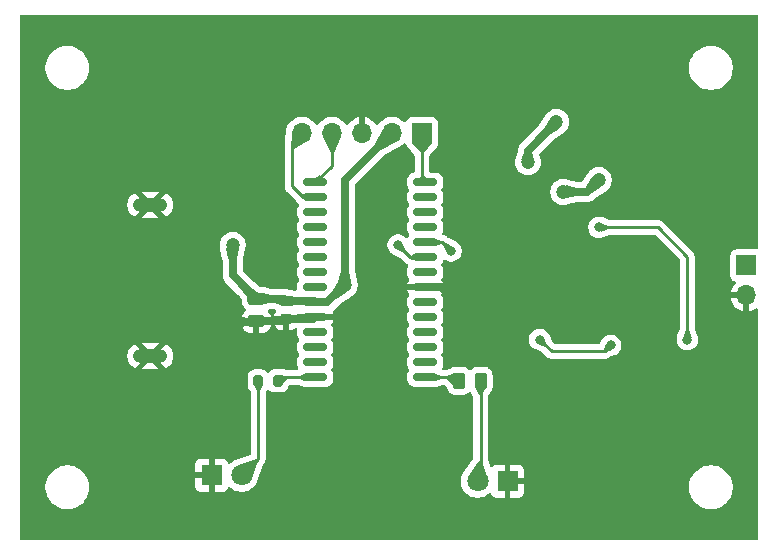
<source format=gbr>
%TF.GenerationSoftware,KiCad,Pcbnew,9.0.3*%
%TF.CreationDate,2025-07-28T01:45:31+03:00*%
%TF.ProjectId,Charger USB,43686172-6765-4722-9055-53422e6b6963,rev?*%
%TF.SameCoordinates,Original*%
%TF.FileFunction,Copper,L2,Bot*%
%TF.FilePolarity,Positive*%
%FSLAX46Y46*%
G04 Gerber Fmt 4.6, Leading zero omitted, Abs format (unit mm)*
G04 Created by KiCad (PCBNEW 9.0.3) date 2025-07-28 01:45:31*
%MOMM*%
%LPD*%
G01*
G04 APERTURE LIST*
G04 Aperture macros list*
%AMRoundRect*
0 Rectangle with rounded corners*
0 $1 Rounding radius*
0 $2 $3 $4 $5 $6 $7 $8 $9 X,Y pos of 4 corners*
0 Add a 4 corners polygon primitive as box body*
4,1,4,$2,$3,$4,$5,$6,$7,$8,$9,$2,$3,0*
0 Add four circle primitives for the rounded corners*
1,1,$1+$1,$2,$3*
1,1,$1+$1,$4,$5*
1,1,$1+$1,$6,$7*
1,1,$1+$1,$8,$9*
0 Add four rect primitives between the rounded corners*
20,1,$1+$1,$2,$3,$4,$5,0*
20,1,$1+$1,$4,$5,$6,$7,0*
20,1,$1+$1,$6,$7,$8,$9,0*
20,1,$1+$1,$8,$9,$2,$3,0*%
G04 Aperture macros list end*
%TA.AperFunction,ComponentPad*%
%ADD10R,1.700000X1.700000*%
%TD*%
%TA.AperFunction,ComponentPad*%
%ADD11O,1.700000X1.700000*%
%TD*%
%TA.AperFunction,ComponentPad*%
%ADD12R,1.800000X1.800000*%
%TD*%
%TA.AperFunction,ComponentPad*%
%ADD13C,1.800000*%
%TD*%
%TA.AperFunction,ComponentPad*%
%ADD14O,2.900000X1.200000*%
%TD*%
%TA.AperFunction,SMDPad,CuDef*%
%ADD15RoundRect,0.150000X0.875000X0.150000X-0.875000X0.150000X-0.875000X-0.150000X0.875000X-0.150000X0*%
%TD*%
%TA.AperFunction,SMDPad,CuDef*%
%ADD16RoundRect,0.200000X-0.200000X-0.275000X0.200000X-0.275000X0.200000X0.275000X-0.200000X0.275000X0*%
%TD*%
%TA.AperFunction,SMDPad,CuDef*%
%ADD17RoundRect,0.250000X-0.475000X0.250000X-0.475000X-0.250000X0.475000X-0.250000X0.475000X0.250000X0*%
%TD*%
%TA.AperFunction,SMDPad,CuDef*%
%ADD18RoundRect,0.250000X-0.262500X-0.450000X0.262500X-0.450000X0.262500X0.450000X-0.262500X0.450000X0*%
%TD*%
%TA.AperFunction,SMDPad,CuDef*%
%ADD19RoundRect,0.225000X-0.250000X0.225000X-0.250000X-0.225000X0.250000X-0.225000X0.250000X0.225000X0*%
%TD*%
%TA.AperFunction,ViaPad*%
%ADD20C,1.200000*%
%TD*%
%TA.AperFunction,ViaPad*%
%ADD21C,0.800000*%
%TD*%
%TA.AperFunction,Conductor*%
%ADD22C,0.700000*%
%TD*%
%TA.AperFunction,Conductor*%
%ADD23C,0.250000*%
%TD*%
G04 APERTURE END LIST*
D10*
%TO.P,J2,1,Pin_1*%
%TO.N,/VADC*%
X137000000Y-90725000D03*
D11*
%TO.P,J2,2,Pin_2*%
%TO.N,GND*%
X137000000Y-93265000D03*
%TD*%
D12*
%TO.P,LED2,1,K*%
%TO.N,GND*%
X116775000Y-109000000D03*
D13*
%TO.P,LED2,2,A*%
%TO.N,Net-(LED2-A)*%
X114235000Y-109000000D03*
%TD*%
D14*
%TO.P,J1,5,Shield*%
%TO.N,GND*%
X86540000Y-85600000D03*
X86540000Y-98400000D03*
%TD*%
D12*
%TO.P,LED1,1,K*%
%TO.N,GND*%
X91725000Y-108500000D03*
D13*
%TO.P,LED1,2,A*%
%TO.N,Net-(LED1-A)*%
X94265000Y-108500000D03*
%TD*%
D15*
%TO.P,U1,1,MCLR/RE3*%
%TO.N,/MCLR*%
X109800000Y-83690000D03*
%TO.P,U1,2,RA0*%
%TO.N,unconnected-(U1-RA0-Pad2)*%
X109800000Y-84960000D03*
%TO.P,U1,3,RA1*%
%TO.N,unconnected-(U1-RA1-Pad3)*%
X109800000Y-86230000D03*
%TO.P,U1,4,RA2*%
%TO.N,unconnected-(U1-RA2-Pad4)*%
X109800000Y-87500000D03*
%TO.P,U1,5,RA3*%
%TO.N,Net-(U1-RA3)*%
X109800000Y-88770000D03*
%TO.P,U1,6,RA4*%
%TO.N,/nEN*%
X109800000Y-90040000D03*
%TO.P,U1,7,RA5*%
%TO.N,unconnected-(U1-RA5-Pad7)*%
X109800000Y-91310000D03*
%TO.P,U1,8,VSS*%
%TO.N,GND*%
X109800000Y-92580000D03*
%TO.P,U1,9,RA7*%
%TO.N,unconnected-(U1-RA7-Pad9)*%
X109800000Y-93850000D03*
%TO.P,U1,10,RA6*%
%TO.N,unconnected-(U1-RA6-Pad10)*%
X109800000Y-95120000D03*
%TO.P,U1,11,RC0*%
%TO.N,unconnected-(U1-RC0-Pad11)*%
X109800000Y-96390000D03*
%TO.P,U1,12,RC1*%
%TO.N,unconnected-(U1-RC1-Pad12)*%
X109800000Y-97660000D03*
%TO.P,U1,13,RC2*%
%TO.N,unconnected-(U1-RC2-Pad13)*%
X109800000Y-98930000D03*
%TO.P,U1,14,RC3*%
%TO.N,Net-(U1-RC3)*%
X109800000Y-100200000D03*
%TO.P,U1,15,RC4*%
%TO.N,Net-(U1-RC4)*%
X100500000Y-100200000D03*
%TO.P,U1,16,RC5*%
%TO.N,unconnected-(U1-RC5-Pad16)*%
X100500000Y-98930000D03*
%TO.P,U1,17,RC6*%
%TO.N,unconnected-(U1-RC6-Pad17)*%
X100500000Y-97660000D03*
%TO.P,U1,18,RC7*%
%TO.N,unconnected-(U1-RC7-Pad18)*%
X100500000Y-96390000D03*
%TO.P,U1,19,VSS*%
%TO.N,GND*%
X100500000Y-95120000D03*
%TO.P,U1,20,VDD*%
%TO.N,/VDD*%
X100500000Y-93850000D03*
%TO.P,U1,21,RB0*%
%TO.N,unconnected-(U1-RB0-Pad21)*%
X100500000Y-92580000D03*
%TO.P,U1,22,RB1*%
%TO.N,unconnected-(U1-RB1-Pad22)*%
X100500000Y-91310000D03*
%TO.P,U1,23,RB2*%
%TO.N,unconnected-(U1-RB2-Pad23)*%
X100500000Y-90040000D03*
%TO.P,U1,24,RB3*%
%TO.N,unconnected-(U1-RB3-Pad24)*%
X100500000Y-88770000D03*
%TO.P,U1,25,RB4*%
%TO.N,unconnected-(U1-RB4-Pad25)*%
X100500000Y-87500000D03*
%TO.P,U1,26,RB5*%
%TO.N,unconnected-(U1-RB5-Pad26)*%
X100500000Y-86230000D03*
%TO.P,U1,27,RB6/PGC*%
%TO.N,/PGC*%
X100500000Y-84960000D03*
%TO.P,U1,28,RB7/PGD*%
%TO.N,/PGD*%
X100500000Y-83690000D03*
%TD*%
D16*
%TO.P,R6,1*%
%TO.N,Net-(LED1-A)*%
X95675000Y-100500000D03*
%TO.P,R6,2*%
%TO.N,Net-(U1-RC4)*%
X97325000Y-100500000D03*
%TD*%
D17*
%TO.P,C1,1*%
%TO.N,/VDD*%
X95500000Y-93550000D03*
%TO.P,C1,2*%
%TO.N,GND*%
X95500000Y-95450000D03*
%TD*%
D18*
%TO.P,R5,1*%
%TO.N,Net-(U1-RC3)*%
X112675000Y-100500000D03*
%TO.P,R5,2*%
%TO.N,Net-(LED2-A)*%
X114500000Y-100500000D03*
%TD*%
D10*
%TO.P,J3,1,Pin_1*%
%TO.N,/MCLR*%
X109540000Y-79500000D03*
D11*
%TO.P,J3,2,Pin_2*%
%TO.N,/VDD*%
X107000000Y-79500000D03*
%TO.P,J3,3,Pin_3*%
%TO.N,GND*%
X104460000Y-79500000D03*
%TO.P,J3,4,Pin_4*%
%TO.N,/PGD*%
X101920000Y-79500000D03*
%TO.P,J3,5,Pin_5*%
%TO.N,/PGC*%
X99380000Y-79500000D03*
%TD*%
D19*
%TO.P,C2,1*%
%TO.N,/VDD*%
X98000000Y-93725000D03*
%TO.P,C2,2*%
%TO.N,GND*%
X98000000Y-95275000D03*
%TD*%
D20*
%TO.N,/VDD*%
X93500000Y-89000000D03*
X103000000Y-92374999D03*
X118500000Y-82000000D03*
X120918750Y-78581250D03*
%TO.N,GND*%
X112000000Y-93000000D03*
X125500000Y-95000000D03*
X119500000Y-95000000D03*
X93500000Y-95500000D03*
D21*
%TO.N,/Power/Control*%
X124500000Y-87500000D03*
X132000000Y-97000000D03*
D20*
%TO.N,Net-(Q1-B)*%
X124500000Y-83500000D03*
X121500000Y-84500000D03*
D21*
%TO.N,/nEN*%
X107500000Y-89000000D03*
%TO.N,Net-(Q2-B)*%
X119500000Y-97000000D03*
X125500000Y-97500000D03*
%TO.N,Net-(U1-RA3)*%
X112000000Y-89500000D03*
%TD*%
D22*
%TO.N,/VDD*%
X100375000Y-93725000D02*
X100500000Y-93850000D01*
X95500000Y-93550000D02*
X97825000Y-93550000D01*
X103000000Y-92374999D02*
X101524999Y-93850000D01*
X93500000Y-91550000D02*
X95500000Y-93550000D01*
X98000000Y-93725000D02*
X100375000Y-93725000D01*
X118500000Y-81000000D02*
X120918750Y-78581250D01*
X118500000Y-82000000D02*
X118500000Y-81000000D01*
X103000000Y-83500000D02*
X103000000Y-92374999D01*
X97825000Y-93550000D02*
X98000000Y-93725000D01*
X107000000Y-79500000D02*
X103000000Y-83500000D01*
X93500000Y-89000000D02*
X93500000Y-91550000D01*
X101524999Y-93850000D02*
X100500000Y-93850000D01*
%TO.N,GND*%
X119500000Y-95000000D02*
X125500000Y-95000000D01*
X95450000Y-95500000D02*
X95500000Y-95450000D01*
X100345000Y-95275000D02*
X100500000Y-95120000D01*
X95500000Y-95450000D02*
X97825000Y-95450000D01*
X109800000Y-92580000D02*
X111580000Y-92580000D01*
X111580000Y-92580000D02*
X112000000Y-93000000D01*
X93500000Y-95500000D02*
X95450000Y-95500000D01*
X97825000Y-95450000D02*
X98000000Y-95275000D01*
X98000000Y-95275000D02*
X100345000Y-95275000D01*
D23*
%TO.N,/PGC*%
X98530000Y-80350000D02*
X99380000Y-79500000D01*
X100500000Y-84960000D02*
X99475001Y-84960000D01*
X99475001Y-84960000D02*
X98530000Y-84014999D01*
X98530000Y-84014999D02*
X98530000Y-80350000D01*
%TO.N,/PGD*%
X100500000Y-83690000D02*
X101920000Y-82270000D01*
X101920000Y-82270000D02*
X101920000Y-79500000D01*
%TO.N,/MCLR*%
X109540000Y-79500000D02*
X109540000Y-83430000D01*
X109540000Y-83430000D02*
X109800000Y-83690000D01*
%TO.N,Net-(LED1-A)*%
X95675000Y-100500000D02*
X95675000Y-107090000D01*
X95675000Y-107090000D02*
X94265000Y-108500000D01*
%TO.N,Net-(LED2-A)*%
X114500000Y-108735000D02*
X114235000Y-109000000D01*
X114500000Y-100500000D02*
X114500000Y-108735000D01*
%TO.N,/Power/Control*%
X132000000Y-97000000D02*
X132000000Y-90000000D01*
X132000000Y-90000000D02*
X129500000Y-87500000D01*
X129500000Y-87500000D02*
X124500000Y-87500000D01*
D22*
%TO.N,Net-(Q1-B)*%
X123500000Y-84500000D02*
X124500000Y-83500000D01*
X121500000Y-84500000D02*
X123500000Y-84500000D01*
D23*
%TO.N,Net-(U1-RC3)*%
X112375000Y-100200000D02*
X112675000Y-100500000D01*
X109800000Y-100200000D02*
X112375000Y-100200000D01*
%TO.N,Net-(U1-RC4)*%
X97625000Y-100200000D02*
X97325000Y-100500000D01*
X100500000Y-100200000D02*
X97625000Y-100200000D01*
%TO.N,/nEN*%
X108540000Y-90040000D02*
X109800000Y-90040000D01*
X107500000Y-89000000D02*
X108540000Y-90040000D01*
%TO.N,Net-(Q2-B)*%
X120500000Y-98000000D02*
X121000000Y-98000000D01*
X119500000Y-97000000D02*
X120500000Y-98000000D01*
X125000000Y-98000000D02*
X125500000Y-97500000D01*
X121000000Y-98000000D02*
X125000000Y-98000000D01*
%TO.N,Net-(U1-RA3)*%
X109800000Y-88770000D02*
X111270000Y-88770000D01*
X111270000Y-88770000D02*
X112000000Y-89500000D01*
%TD*%
%TA.AperFunction,Conductor*%
%TO.N,Net-(Q1-B)*%
G36*
X123954636Y-83274087D02*
G01*
X124496207Y-83497437D01*
X124502548Y-83503759D01*
X124502562Y-83503792D01*
X124725912Y-84045363D01*
X124725898Y-84054318D01*
X124721487Y-84059624D01*
X123906911Y-84590829D01*
X123898109Y-84592478D01*
X123892247Y-84589302D01*
X123410697Y-84107752D01*
X123407270Y-84099479D01*
X123409169Y-84093089D01*
X123940375Y-83278511D01*
X123947764Y-83273454D01*
X123954636Y-83274087D01*
G37*
%TD.AperFunction*%
%TD*%
%TA.AperFunction,Conductor*%
%TO.N,Net-(U1-RC4)*%
G36*
X98109307Y-100074099D02*
G01*
X98117264Y-100078207D01*
X98120027Y-100085758D01*
X98120027Y-100320601D01*
X98117129Y-100328309D01*
X97731578Y-100768604D01*
X97723550Y-100772570D01*
X97716132Y-100770527D01*
X97331845Y-100505412D01*
X97326981Y-100497893D01*
X97327713Y-100491223D01*
X97521695Y-100032808D01*
X97528075Y-100026526D01*
X97533449Y-100025710D01*
X98109307Y-100074099D01*
G37*
%TD.AperFunction*%
%TD*%
%TA.AperFunction,Conductor*%
%TO.N,/PGD*%
G36*
X100929948Y-83095685D02*
G01*
X101211888Y-83377625D01*
X101215315Y-83385898D01*
X101211888Y-83394171D01*
X101208098Y-83396705D01*
X100510136Y-83686209D01*
X100501181Y-83686214D01*
X100494846Y-83679885D01*
X100379711Y-83399674D01*
X100379736Y-83390721D01*
X100384905Y-83384971D01*
X100916049Y-83093698D01*
X100924951Y-83092726D01*
X100929948Y-83095685D01*
G37*
%TD.AperFunction*%
%TD*%
%TA.AperFunction,Conductor*%
%TO.N,Net-(U1-RC3)*%
G36*
X112273114Y-99851884D02*
G01*
X112278121Y-99856336D01*
X112670368Y-100490889D01*
X112671803Y-100499728D01*
X112667421Y-100506412D01*
X112170975Y-100877476D01*
X112162296Y-100879685D01*
X112155347Y-100876013D01*
X111653077Y-100328355D01*
X111650000Y-100320447D01*
X111650000Y-100083193D01*
X111653427Y-100074920D01*
X111657698Y-100072198D01*
X112264170Y-99851493D01*
X112273114Y-99851884D01*
G37*
%TD.AperFunction*%
%TD*%
%TA.AperFunction,Conductor*%
%TO.N,Net-(Q1-B)*%
G36*
X122690711Y-84148044D02*
G01*
X122698100Y-84153102D01*
X122700000Y-84159493D01*
X122700000Y-84840506D01*
X122696573Y-84848779D01*
X122690711Y-84851955D01*
X121739098Y-85052330D01*
X121730296Y-85050681D01*
X121725885Y-85045375D01*
X121640656Y-84840506D01*
X121500868Y-84504492D01*
X121500855Y-84495541D01*
X121725886Y-83954622D01*
X121732226Y-83948302D01*
X121739095Y-83947669D01*
X122690711Y-84148044D01*
G37*
%TD.AperFunction*%
%TD*%
%TA.AperFunction,Conductor*%
%TO.N,/PGD*%
G36*
X101924489Y-79500865D02*
G01*
X102693892Y-79820542D01*
X102700217Y-79826881D01*
X102700208Y-79835836D01*
X102699950Y-79836413D01*
X102048186Y-81193366D01*
X102041515Y-81199339D01*
X102037639Y-81200000D01*
X101802361Y-81200000D01*
X101794088Y-81196573D01*
X101791814Y-81193366D01*
X101140049Y-79836413D01*
X101139557Y-79827471D01*
X101145530Y-79820800D01*
X101146095Y-79820547D01*
X101915511Y-79500864D01*
X101924466Y-79500856D01*
X101924489Y-79500865D01*
G37*
%TD.AperFunction*%
%TD*%
%TA.AperFunction,Conductor*%
%TO.N,Net-(U1-RA3)*%
G36*
X110736312Y-88483047D02*
G01*
X111117800Y-88642000D01*
X111124119Y-88648345D01*
X111125000Y-88652800D01*
X111125000Y-88887199D01*
X111121573Y-88895472D01*
X111117800Y-88897999D01*
X110736312Y-89056952D01*
X110728356Y-89057330D01*
X110015986Y-88837086D01*
X109835153Y-88781177D01*
X109828262Y-88775460D01*
X109827432Y-88766544D01*
X109833150Y-88759652D01*
X109835152Y-88758822D01*
X110728356Y-88482669D01*
X110736312Y-88483047D01*
G37*
%TD.AperFunction*%
%TD*%
%TA.AperFunction,Conductor*%
%TO.N,/Power/Control*%
G36*
X132125188Y-96203427D02*
G01*
X132127859Y-96207563D01*
X132365551Y-96836344D01*
X132365271Y-96845294D01*
X132359109Y-96851280D01*
X132004502Y-96999123D01*
X131995548Y-96999144D01*
X131995498Y-96999123D01*
X131640890Y-96851280D01*
X131634572Y-96844933D01*
X131634448Y-96836345D01*
X131872141Y-96207562D01*
X131878272Y-96201036D01*
X131883085Y-96200000D01*
X132116915Y-96200000D01*
X132125188Y-96203427D01*
G37*
%TD.AperFunction*%
%TD*%
%TA.AperFunction,Conductor*%
%TO.N,/PGC*%
G36*
X100509635Y-84659994D02*
G01*
X100517907Y-84663425D01*
X100521330Y-84671699D01*
X100521300Y-84672528D01*
X100501392Y-84951121D01*
X100497384Y-84959129D01*
X100491171Y-84961897D01*
X99480065Y-85088111D01*
X99471431Y-85085735D01*
X99471090Y-85085459D01*
X99322606Y-84960707D01*
X99184248Y-84844463D01*
X99180119Y-84836518D01*
X99182817Y-84827980D01*
X99183490Y-84827245D01*
X99347828Y-84662907D01*
X99356099Y-84659481D01*
X100509635Y-84659994D01*
G37*
%TD.AperFunction*%
%TD*%
%TA.AperFunction,Conductor*%
%TO.N,/VDD*%
G36*
X94906181Y-92459083D02*
G01*
X95559969Y-92941443D01*
X95699753Y-93044574D01*
X95704376Y-93052243D01*
X95703624Y-93058448D01*
X95503775Y-93543263D01*
X95497454Y-93549606D01*
X95492658Y-93550500D01*
X94781224Y-93532265D01*
X94773042Y-93528627D01*
X94771655Y-93526853D01*
X94408150Y-92956000D01*
X94406597Y-92947181D01*
X94409744Y-92941445D01*
X94890964Y-92460225D01*
X94899236Y-92456799D01*
X94906181Y-92459083D01*
G37*
%TD.AperFunction*%
%TD*%
%TA.AperFunction,Conductor*%
%TO.N,GND*%
G36*
X120700000Y-94650000D02*
G01*
X120700000Y-95350000D01*
X119729610Y-95554328D01*
X119499000Y-95000000D01*
X119729610Y-94445672D01*
X120700000Y-94650000D01*
G37*
%TD.AperFunction*%
%TD*%
%TA.AperFunction,Conductor*%
%TO.N,Net-(Q2-B)*%
G36*
X125141169Y-97351355D02*
G01*
X125496500Y-97498141D01*
X125502838Y-97504467D01*
X125502853Y-97504503D01*
X125648343Y-97858058D01*
X125648322Y-97867012D01*
X125641975Y-97873330D01*
X125641313Y-97873579D01*
X124922596Y-98119695D01*
X124913659Y-98119133D01*
X124907737Y-98112416D01*
X124907106Y-98108626D01*
X124907106Y-97877373D01*
X124908030Y-97872815D01*
X124914271Y-97858058D01*
X125125929Y-97357610D01*
X125132307Y-97351328D01*
X125141169Y-97351355D01*
G37*
%TD.AperFunction*%
%TD*%
%TA.AperFunction,Conductor*%
%TO.N,/nEN*%
G36*
X107868044Y-88851253D02*
G01*
X107874206Y-88857239D01*
X108150747Y-89469928D01*
X108151027Y-89478878D01*
X108148356Y-89483014D01*
X107983014Y-89648356D01*
X107974741Y-89651783D01*
X107969928Y-89650747D01*
X107357239Y-89374206D01*
X107351108Y-89367679D01*
X107351232Y-89359090D01*
X107497437Y-89003802D01*
X107503753Y-88997457D01*
X107859090Y-88851232D01*
X107868044Y-88851253D01*
G37*
%TD.AperFunction*%
%TD*%
%TA.AperFunction,Conductor*%
%TO.N,Net-(LED1-A)*%
G36*
X95682902Y-100506240D02*
G01*
X95945197Y-100746558D01*
X96053287Y-100845592D01*
X96057072Y-100853708D01*
X96055863Y-100859420D01*
X95803225Y-101368501D01*
X95796478Y-101374388D01*
X95792745Y-101375000D01*
X95557255Y-101375000D01*
X95548982Y-101371573D01*
X95546775Y-101368501D01*
X95294136Y-100859420D01*
X95293528Y-100850486D01*
X95296711Y-100845593D01*
X95667097Y-100506240D01*
X95675511Y-100503179D01*
X95682902Y-100506240D01*
G37*
%TD.AperFunction*%
%TD*%
%TA.AperFunction,Conductor*%
%TO.N,GND*%
G36*
X125501000Y-95000000D02*
G01*
X125270390Y-95554328D01*
X124300000Y-95350000D01*
X124300000Y-94650000D01*
X125270390Y-94445672D01*
X125501000Y-95000000D01*
G37*
%TD.AperFunction*%
%TD*%
%TA.AperFunction,Conductor*%
%TO.N,/VDD*%
G36*
X97087593Y-93200975D02*
G01*
X98031295Y-93274081D01*
X98039277Y-93278137D01*
X98042055Y-93286650D01*
X98042039Y-93286837D01*
X98001419Y-93720525D01*
X97997693Y-93728043D01*
X97593541Y-94099948D01*
X97585132Y-94103029D01*
X97581278Y-94102204D01*
X97082360Y-93902939D01*
X97075948Y-93896688D01*
X97075000Y-93892074D01*
X97075000Y-93212641D01*
X97078427Y-93204368D01*
X97086700Y-93200941D01*
X97087593Y-93200975D01*
G37*
%TD.AperFunction*%
%TD*%
%TA.AperFunction,Conductor*%
%TO.N,/VDD*%
G36*
X106224611Y-79178810D02*
G01*
X106996215Y-79497438D01*
X107002552Y-79503761D01*
X107002562Y-79503785D01*
X107321188Y-80275386D01*
X107321179Y-80284341D01*
X107315764Y-80290237D01*
X106053010Y-80945622D01*
X106044088Y-80946391D01*
X106039347Y-80943510D01*
X105556489Y-80460652D01*
X105553062Y-80452379D01*
X105554376Y-80446992D01*
X106209763Y-79184233D01*
X106216615Y-79178471D01*
X106224611Y-79178810D01*
G37*
%TD.AperFunction*%
%TD*%
%TA.AperFunction,Conductor*%
%TO.N,Net-(U1-RA3)*%
G36*
X111530071Y-88849252D02*
G01*
X112142760Y-89125793D01*
X112148891Y-89132320D01*
X112148767Y-89140909D01*
X112002563Y-89496195D01*
X111996245Y-89502542D01*
X111996195Y-89502563D01*
X111640909Y-89648767D01*
X111631955Y-89648746D01*
X111625793Y-89642760D01*
X111561676Y-89500707D01*
X111399279Y-89140909D01*
X111349252Y-89030071D01*
X111348972Y-89021121D01*
X111351641Y-89016987D01*
X111516986Y-88851642D01*
X111525258Y-88848216D01*
X111530071Y-88849252D01*
G37*
%TD.AperFunction*%
%TD*%
%TA.AperFunction,Conductor*%
%TO.N,/VDD*%
G36*
X94045375Y-89225885D02*
G01*
X94051697Y-89232226D01*
X94052330Y-89239098D01*
X93851956Y-90190711D01*
X93846898Y-90198100D01*
X93840507Y-90200000D01*
X93159493Y-90200000D01*
X93151220Y-90196573D01*
X93148044Y-90190711D01*
X92947669Y-89239095D01*
X92949318Y-89230296D01*
X92954622Y-89225886D01*
X93495507Y-89000868D01*
X93504458Y-89000855D01*
X94045375Y-89225885D01*
G37*
%TD.AperFunction*%
%TD*%
%TA.AperFunction,Conductor*%
%TO.N,/MCLR*%
G36*
X109548266Y-79507276D02*
G01*
X110382366Y-80342357D01*
X110385788Y-80350632D01*
X110382990Y-80358218D01*
X109668503Y-81195893D01*
X109660527Y-81199963D01*
X109659601Y-81200000D01*
X109420399Y-81200000D01*
X109412126Y-81196573D01*
X109411497Y-81195893D01*
X108697009Y-80358218D01*
X108694248Y-80349699D01*
X108697632Y-80342358D01*
X109531723Y-79507286D01*
X109539993Y-79503855D01*
X109548266Y-79507276D01*
G37*
%TD.AperFunction*%
%TD*%
%TA.AperFunction,Conductor*%
%TO.N,Net-(LED1-A)*%
G36*
X95451419Y-107141747D02*
G01*
X95454583Y-107144000D01*
X95620999Y-107310416D01*
X95624426Y-107318689D01*
X95623781Y-107322519D01*
X95100551Y-108832697D01*
X95094605Y-108839393D01*
X95085666Y-108839922D01*
X95085030Y-108839681D01*
X94268785Y-108502562D01*
X94262446Y-108496236D01*
X94262437Y-108496214D01*
X93925318Y-107679967D01*
X93925327Y-107671015D01*
X93931666Y-107664689D01*
X93932288Y-107664452D01*
X95442481Y-107141218D01*
X95451419Y-107141747D01*
G37*
%TD.AperFunction*%
%TD*%
%TA.AperFunction,Conductor*%
%TO.N,/MCLR*%
G36*
X109668342Y-83093023D02*
G01*
X109989239Y-83383293D01*
X109993075Y-83391384D01*
X109991185Y-83398369D01*
X109806423Y-83681168D01*
X109799029Y-83686220D01*
X109790229Y-83684564D01*
X109790193Y-83684541D01*
X109349774Y-83394517D01*
X109344749Y-83387104D01*
X109344832Y-83382013D01*
X109412846Y-83098966D01*
X109418111Y-83091723D01*
X109424222Y-83090000D01*
X109660493Y-83090000D01*
X109668342Y-83093023D01*
G37*
%TD.AperFunction*%
%TD*%
%TA.AperFunction,Conductor*%
%TO.N,GND*%
G36*
X94700000Y-95150000D02*
G01*
X94700000Y-95850000D01*
X93729610Y-96054328D01*
X93499000Y-95500000D01*
X93729610Y-94945672D01*
X94700000Y-95150000D01*
G37*
%TD.AperFunction*%
%TD*%
%TA.AperFunction,Conductor*%
%TO.N,Net-(U1-RC4)*%
G36*
X100464845Y-100188822D02*
G01*
X100471737Y-100194540D01*
X100472567Y-100203456D01*
X100466849Y-100210348D01*
X100464845Y-100211178D01*
X99571643Y-100487330D01*
X99563687Y-100486952D01*
X99182200Y-100327999D01*
X99175881Y-100321654D01*
X99175000Y-100317199D01*
X99175000Y-100082800D01*
X99178427Y-100074527D01*
X99182200Y-100072000D01*
X99563687Y-99913047D01*
X99571643Y-99912669D01*
X100464845Y-100188822D01*
G37*
%TD.AperFunction*%
%TD*%
%TA.AperFunction,Conductor*%
%TO.N,Net-(Q2-B)*%
G36*
X119868044Y-96851253D02*
G01*
X119874206Y-96857239D01*
X120150747Y-97469928D01*
X120151027Y-97478878D01*
X120148356Y-97483014D01*
X119983014Y-97648356D01*
X119974741Y-97651783D01*
X119969928Y-97650747D01*
X119357239Y-97374206D01*
X119351108Y-97367679D01*
X119351232Y-97359090D01*
X119497437Y-97003802D01*
X119503753Y-96997457D01*
X119859090Y-96851232D01*
X119868044Y-96851253D01*
G37*
%TD.AperFunction*%
%TD*%
%TA.AperFunction,Conductor*%
%TO.N,Net-(LED2-A)*%
G36*
X114507840Y-100507776D02*
G01*
X114508685Y-100508621D01*
X114987877Y-101039476D01*
X114990877Y-101047914D01*
X114989433Y-101052975D01*
X114628338Y-101706459D01*
X114621337Y-101712042D01*
X114618097Y-101712500D01*
X114381903Y-101712500D01*
X114373630Y-101709073D01*
X114371662Y-101706459D01*
X114010566Y-101052975D01*
X114009565Y-101044076D01*
X114012122Y-101039476D01*
X114491315Y-100508621D01*
X114499402Y-100504776D01*
X114507840Y-100507776D01*
G37*
%TD.AperFunction*%
%TD*%
%TA.AperFunction,Conductor*%
%TO.N,/Power/Control*%
G36*
X124680696Y-87140890D02*
G01*
X125292437Y-87372141D01*
X125298964Y-87378272D01*
X125300000Y-87383085D01*
X125300000Y-87616914D01*
X125296573Y-87625187D01*
X125292437Y-87627858D01*
X124663655Y-87865551D01*
X124654705Y-87865271D01*
X124648719Y-87859109D01*
X124552306Y-87627858D01*
X124500875Y-87504499D01*
X124500855Y-87495550D01*
X124648719Y-87140889D01*
X124655066Y-87134572D01*
X124663654Y-87134448D01*
X124680696Y-87140890D01*
G37*
%TD.AperFunction*%
%TD*%
%TA.AperFunction,Conductor*%
%TO.N,/VDD*%
G36*
X120373386Y-78355337D02*
G01*
X120914957Y-78578687D01*
X120921298Y-78585009D01*
X120921312Y-78585042D01*
X121144662Y-79126613D01*
X121144648Y-79135568D01*
X121140237Y-79140874D01*
X120325661Y-79672079D01*
X120316859Y-79673728D01*
X120310997Y-79670552D01*
X119829447Y-79189002D01*
X119826020Y-79180729D01*
X119827919Y-79174339D01*
X120359125Y-78359761D01*
X120366514Y-78354704D01*
X120373386Y-78355337D01*
G37*
%TD.AperFunction*%
%TD*%
%TA.AperFunction,Conductor*%
%TO.N,/VDD*%
G36*
X102454636Y-92149086D02*
G01*
X102996207Y-92372436D01*
X103002548Y-92378758D01*
X103002562Y-92378791D01*
X103225912Y-92920362D01*
X103225898Y-92929317D01*
X103221487Y-92934623D01*
X102406911Y-93465828D01*
X102398109Y-93467477D01*
X102392247Y-93464301D01*
X101910697Y-92982751D01*
X101907270Y-92974478D01*
X101909169Y-92968088D01*
X102440375Y-92153510D01*
X102447764Y-92148453D01*
X102454636Y-92149086D01*
G37*
%TD.AperFunction*%
%TD*%
%TA.AperFunction,Conductor*%
%TO.N,/VDD*%
G36*
X118406639Y-80623797D02*
G01*
X118886612Y-81103770D01*
X118889692Y-81109216D01*
X119051894Y-81760616D01*
X119050568Y-81769472D01*
X119045025Y-81774250D01*
X118503781Y-81998844D01*
X118494826Y-81998848D01*
X118494803Y-81998839D01*
X117956205Y-81774771D01*
X117949883Y-81768430D01*
X117949786Y-81759750D01*
X118387455Y-80627847D01*
X118393633Y-80621370D01*
X118402586Y-80621157D01*
X118406639Y-80623797D01*
G37*
%TD.AperFunction*%
%TD*%
%TA.AperFunction,Conductor*%
%TO.N,GND*%
G36*
X137942539Y-69520185D02*
G01*
X137988294Y-69572989D01*
X137999500Y-69624500D01*
X137999500Y-89250500D01*
X137979815Y-89317539D01*
X137927011Y-89363294D01*
X137875500Y-89374500D01*
X136102129Y-89374500D01*
X136102123Y-89374501D01*
X136042516Y-89380908D01*
X135907671Y-89431202D01*
X135907664Y-89431206D01*
X135792455Y-89517452D01*
X135792452Y-89517455D01*
X135706206Y-89632664D01*
X135706204Y-89632669D01*
X135655908Y-89767517D01*
X135649501Y-89827116D01*
X135649500Y-89827135D01*
X135649500Y-91622870D01*
X135649501Y-91622876D01*
X135655908Y-91682483D01*
X135706202Y-91817328D01*
X135706206Y-91817335D01*
X135792452Y-91932544D01*
X135792455Y-91932547D01*
X135907664Y-92018793D01*
X135907671Y-92018797D01*
X135969902Y-92042007D01*
X136039598Y-92068002D01*
X136095531Y-92109873D01*
X136119949Y-92175337D01*
X136105098Y-92243610D01*
X136083947Y-92271865D01*
X135970271Y-92385541D01*
X135845379Y-92557442D01*
X135748904Y-92746782D01*
X135683242Y-92948870D01*
X135683242Y-92948873D01*
X135672769Y-93015000D01*
X136566988Y-93015000D01*
X136534075Y-93072007D01*
X136500000Y-93199174D01*
X136500000Y-93330826D01*
X136534075Y-93457993D01*
X136566988Y-93515000D01*
X135672769Y-93515000D01*
X135683242Y-93581126D01*
X135683242Y-93581129D01*
X135748904Y-93783217D01*
X135845379Y-93972557D01*
X135970272Y-94144459D01*
X135970276Y-94144464D01*
X136120535Y-94294723D01*
X136120540Y-94294727D01*
X136292442Y-94419620D01*
X136481782Y-94516095D01*
X136683871Y-94581757D01*
X136750000Y-94592231D01*
X136750000Y-93698012D01*
X136807007Y-93730925D01*
X136934174Y-93765000D01*
X137065826Y-93765000D01*
X137192993Y-93730925D01*
X137250000Y-93698012D01*
X137250000Y-94592230D01*
X137316126Y-94581757D01*
X137316129Y-94581757D01*
X137518217Y-94516095D01*
X137707557Y-94419620D01*
X137802615Y-94350558D01*
X137868421Y-94327078D01*
X137936475Y-94342904D01*
X137985170Y-94393009D01*
X137999500Y-94450876D01*
X137999500Y-113875500D01*
X137979815Y-113942539D01*
X137927011Y-113988294D01*
X137875500Y-113999500D01*
X75624500Y-113999500D01*
X75557461Y-113979815D01*
X75511706Y-113927011D01*
X75500500Y-113875500D01*
X75500500Y-109378711D01*
X77649500Y-109378711D01*
X77649500Y-109621288D01*
X77681161Y-109861785D01*
X77743947Y-110096104D01*
X77810670Y-110257187D01*
X77836776Y-110320212D01*
X77958064Y-110530289D01*
X77958066Y-110530292D01*
X77958067Y-110530293D01*
X78105733Y-110722736D01*
X78105739Y-110722743D01*
X78277256Y-110894260D01*
X78277262Y-110894265D01*
X78469711Y-111041936D01*
X78679788Y-111163224D01*
X78903900Y-111256054D01*
X79138211Y-111318838D01*
X79318586Y-111342584D01*
X79378711Y-111350500D01*
X79378712Y-111350500D01*
X79621289Y-111350500D01*
X79669388Y-111344167D01*
X79861789Y-111318838D01*
X80096100Y-111256054D01*
X80320212Y-111163224D01*
X80530289Y-111041936D01*
X80722738Y-110894265D01*
X80894265Y-110722738D01*
X81041936Y-110530289D01*
X81163224Y-110320212D01*
X81256054Y-110096100D01*
X81318838Y-109861789D01*
X81350500Y-109621288D01*
X81350500Y-109378712D01*
X81348048Y-109360090D01*
X81331452Y-109234025D01*
X81318838Y-109138211D01*
X81256054Y-108903900D01*
X81256052Y-108903895D01*
X81190688Y-108746091D01*
X81163227Y-108679794D01*
X81163222Y-108679785D01*
X81041936Y-108469711D01*
X80894265Y-108277262D01*
X80894260Y-108277256D01*
X80722743Y-108105739D01*
X80722736Y-108105733D01*
X80530293Y-107958067D01*
X80530292Y-107958066D01*
X80530289Y-107958064D01*
X80320212Y-107836776D01*
X80320205Y-107836773D01*
X80096104Y-107743947D01*
X79861785Y-107681161D01*
X79790600Y-107671790D01*
X79621289Y-107649500D01*
X79621288Y-107649500D01*
X79378712Y-107649500D01*
X79378711Y-107649500D01*
X79138214Y-107681161D01*
X78903895Y-107743947D01*
X78679794Y-107836773D01*
X78679785Y-107836777D01*
X78469706Y-107958067D01*
X78277263Y-108105733D01*
X78277256Y-108105739D01*
X78105739Y-108277256D01*
X78105733Y-108277263D01*
X77958067Y-108469706D01*
X77836777Y-108679785D01*
X77836773Y-108679794D01*
X77743947Y-108903895D01*
X77681161Y-109138214D01*
X77649500Y-109378711D01*
X75500500Y-109378711D01*
X75500500Y-107552155D01*
X90325000Y-107552155D01*
X90325000Y-108250000D01*
X91349722Y-108250000D01*
X91305667Y-108326306D01*
X91275000Y-108440756D01*
X91275000Y-108559244D01*
X91305667Y-108673694D01*
X91349722Y-108750000D01*
X90325000Y-108750000D01*
X90325000Y-109447844D01*
X90331401Y-109507372D01*
X90331403Y-109507379D01*
X90381645Y-109642086D01*
X90381649Y-109642093D01*
X90467809Y-109757187D01*
X90467812Y-109757190D01*
X90582906Y-109843350D01*
X90582913Y-109843354D01*
X90717620Y-109893596D01*
X90717627Y-109893598D01*
X90777155Y-109899999D01*
X90777172Y-109900000D01*
X91475000Y-109900000D01*
X91475000Y-108875277D01*
X91551306Y-108919333D01*
X91665756Y-108950000D01*
X91784244Y-108950000D01*
X91898694Y-108919333D01*
X91975000Y-108875277D01*
X91975000Y-109900000D01*
X92672828Y-109900000D01*
X92672844Y-109899999D01*
X92732372Y-109893598D01*
X92732379Y-109893596D01*
X92867086Y-109843354D01*
X92867093Y-109843350D01*
X92982187Y-109757190D01*
X92982190Y-109757187D01*
X93068350Y-109642093D01*
X93068354Y-109642086D01*
X93098213Y-109562031D01*
X93140084Y-109506097D01*
X93205548Y-109481680D01*
X93273821Y-109496531D01*
X93302076Y-109517683D01*
X93352636Y-109568243D01*
X93352641Y-109568247D01*
X93508192Y-109681260D01*
X93530978Y-109697815D01*
X93647501Y-109757187D01*
X93727393Y-109797895D01*
X93727396Y-109797896D01*
X93832221Y-109831955D01*
X93937049Y-109866015D01*
X94154778Y-109900500D01*
X94154779Y-109900500D01*
X94375221Y-109900500D01*
X94375222Y-109900500D01*
X94592951Y-109866015D01*
X94802606Y-109797895D01*
X94999022Y-109697815D01*
X95177365Y-109568242D01*
X95333242Y-109412365D01*
X95462815Y-109234022D01*
X95562895Y-109037606D01*
X95568351Y-109020812D01*
X95576092Y-109002260D01*
X95578195Y-108998186D01*
X96060200Y-107606990D01*
X96063519Y-107601174D01*
X96064041Y-107597254D01*
X96074195Y-107582464D01*
X96082812Y-107567365D01*
X96086091Y-107563499D01*
X96160858Y-107488733D01*
X96198928Y-107431758D01*
X96229312Y-107386286D01*
X96276463Y-107272451D01*
X96300500Y-107151607D01*
X96300500Y-107028393D01*
X96300500Y-101532686D01*
X96303413Y-101520262D01*
X96302395Y-101511090D01*
X96313425Y-101477564D01*
X96410328Y-101282298D01*
X96457761Y-101230999D01*
X96525401Y-101213486D01*
X96591771Y-101235323D01*
X96609083Y-101249741D01*
X96689811Y-101330469D01*
X96689813Y-101330470D01*
X96689815Y-101330472D01*
X96835394Y-101418478D01*
X96997804Y-101469086D01*
X97068384Y-101475500D01*
X97068387Y-101475500D01*
X97581613Y-101475500D01*
X97581616Y-101475500D01*
X97652196Y-101469086D01*
X97814606Y-101418478D01*
X97960185Y-101330472D01*
X98080472Y-101210185D01*
X98168478Y-101064606D01*
X98174030Y-101046785D01*
X98178927Y-101038043D01*
X98179892Y-101031573D01*
X98199122Y-101001989D01*
X98316622Y-100867807D01*
X98375594Y-100830342D01*
X98409908Y-100825500D01*
X99037102Y-100825500D01*
X99084794Y-100835038D01*
X99356533Y-100948262D01*
X99358047Y-100948906D01*
X99367035Y-100952798D01*
X99368799Y-100953389D01*
X99369239Y-100953556D01*
X99369264Y-100953567D01*
X99398414Y-100964670D01*
X99424464Y-100969687D01*
X99435600Y-100972370D01*
X99522431Y-100997598D01*
X99559306Y-101000500D01*
X99559314Y-101000500D01*
X101440686Y-101000500D01*
X101440694Y-101000500D01*
X101477569Y-100997598D01*
X101477571Y-100997597D01*
X101477573Y-100997597D01*
X101519191Y-100985505D01*
X101635398Y-100951744D01*
X101776865Y-100868081D01*
X101893081Y-100751865D01*
X101976744Y-100610398D01*
X102022598Y-100452569D01*
X102025500Y-100415694D01*
X102025500Y-99984306D01*
X102022598Y-99947431D01*
X102010220Y-99904827D01*
X101976745Y-99789606D01*
X101976744Y-99789603D01*
X101976744Y-99789602D01*
X101893081Y-99648135D01*
X101893078Y-99648132D01*
X101888298Y-99641969D01*
X101890750Y-99640066D01*
X101864155Y-99591421D01*
X101869104Y-99521726D01*
X101889940Y-99489304D01*
X101888298Y-99488031D01*
X101893075Y-99481870D01*
X101893081Y-99481865D01*
X101976744Y-99340398D01*
X102022598Y-99182569D01*
X102025500Y-99145694D01*
X102025500Y-98714306D01*
X102022598Y-98677431D01*
X101976744Y-98519602D01*
X101893081Y-98378135D01*
X101893078Y-98378132D01*
X101888298Y-98371969D01*
X101890750Y-98370066D01*
X101864155Y-98321421D01*
X101869104Y-98251726D01*
X101889940Y-98219304D01*
X101888298Y-98218031D01*
X101893075Y-98211870D01*
X101893081Y-98211865D01*
X101976744Y-98070398D01*
X102022598Y-97912569D01*
X102025500Y-97875694D01*
X102025500Y-97444306D01*
X102022598Y-97407431D01*
X102013030Y-97374499D01*
X101976745Y-97249606D01*
X101976744Y-97249603D01*
X101976744Y-97249602D01*
X101893081Y-97108135D01*
X101893078Y-97108132D01*
X101888298Y-97101969D01*
X101890750Y-97100066D01*
X101864155Y-97051421D01*
X101869104Y-96981726D01*
X101889940Y-96949304D01*
X101888298Y-96948031D01*
X101893075Y-96941870D01*
X101893081Y-96941865D01*
X101976744Y-96800398D01*
X102012941Y-96675810D01*
X102022597Y-96642573D01*
X102022598Y-96642567D01*
X102025499Y-96605701D01*
X102025500Y-96605694D01*
X102025500Y-96174306D01*
X102022598Y-96137431D01*
X102022597Y-96137429D01*
X102022597Y-96137426D01*
X101976745Y-95979606D01*
X101976744Y-95979603D01*
X101976744Y-95979602D01*
X101893081Y-95838135D01*
X101893078Y-95838132D01*
X101888298Y-95831969D01*
X101890635Y-95830155D01*
X101863798Y-95781050D01*
X101868756Y-95711356D01*
X101889554Y-95678998D01*
X101887903Y-95677717D01*
X101892686Y-95671550D01*
X101976281Y-95530198D01*
X102022100Y-95372486D01*
X102022295Y-95370001D01*
X102022295Y-95370000D01*
X99105000Y-95370000D01*
X99105000Y-95401000D01*
X99085315Y-95468039D01*
X99032511Y-95513794D01*
X98981000Y-95525000D01*
X98250000Y-95525000D01*
X98250000Y-96224999D01*
X98298308Y-96224999D01*
X98298322Y-96224998D01*
X98397607Y-96214855D01*
X98558481Y-96161547D01*
X98558492Y-96161542D01*
X98702727Y-96072576D01*
X98774941Y-96000362D01*
X98836264Y-95966877D01*
X98905956Y-95971861D01*
X98961890Y-96013732D01*
X98986307Y-96079196D01*
X98981700Y-96122636D01*
X98977402Y-96137429D01*
X98977401Y-96137432D01*
X98974500Y-96174298D01*
X98974500Y-96605701D01*
X98977401Y-96642567D01*
X98977402Y-96642573D01*
X99023254Y-96800393D01*
X99023255Y-96800396D01*
X99106917Y-96941862D01*
X99111702Y-96948031D01*
X99109256Y-96949927D01*
X99135857Y-96998642D01*
X99130873Y-97068334D01*
X99110069Y-97100703D01*
X99111702Y-97101969D01*
X99106917Y-97108137D01*
X99023255Y-97249603D01*
X99023254Y-97249606D01*
X98977402Y-97407426D01*
X98977401Y-97407432D01*
X98974500Y-97444298D01*
X98974500Y-97875701D01*
X98977401Y-97912567D01*
X98977402Y-97912573D01*
X99023254Y-98070393D01*
X99023255Y-98070396D01*
X99106917Y-98211862D01*
X99111702Y-98218031D01*
X99109256Y-98219927D01*
X99135857Y-98268642D01*
X99130873Y-98338334D01*
X99110069Y-98370703D01*
X99111702Y-98371969D01*
X99106917Y-98378137D01*
X99023256Y-98519602D01*
X99023254Y-98519606D01*
X98977402Y-98677426D01*
X98977401Y-98677432D01*
X98974500Y-98714298D01*
X98974500Y-99145701D01*
X98977401Y-99182567D01*
X98977402Y-99182573D01*
X99023254Y-99340393D01*
X99023254Y-99340394D01*
X99023255Y-99340396D01*
X99023256Y-99340398D01*
X99051041Y-99387380D01*
X99068222Y-99455104D01*
X99046062Y-99521366D01*
X98991596Y-99565129D01*
X98944308Y-99574500D01*
X98183638Y-99574500D01*
X98155778Y-99571329D01*
X98153076Y-99570706D01*
X98151632Y-99570373D01*
X97681431Y-99530863D01*
X97575777Y-99521985D01*
X97575775Y-99521985D01*
X97502647Y-99524431D01*
X97498503Y-99524500D01*
X97068384Y-99524500D01*
X97049145Y-99526248D01*
X96997807Y-99530913D01*
X96835393Y-99581522D01*
X96689811Y-99669530D01*
X96689810Y-99669531D01*
X96587681Y-99771661D01*
X96526358Y-99805146D01*
X96456666Y-99800162D01*
X96412319Y-99771661D01*
X96310188Y-99669530D01*
X96164606Y-99581522D01*
X96111584Y-99565000D01*
X96002196Y-99530914D01*
X96002194Y-99530913D01*
X96002192Y-99530913D01*
X95952778Y-99526423D01*
X95931616Y-99524500D01*
X95418384Y-99524500D01*
X95399145Y-99526248D01*
X95347807Y-99530913D01*
X95185393Y-99581522D01*
X95039811Y-99669530D01*
X94919530Y-99789811D01*
X94831522Y-99935393D01*
X94780913Y-100097807D01*
X94774500Y-100168386D01*
X94774500Y-100831613D01*
X94780913Y-100902192D01*
X94780913Y-100902194D01*
X94780914Y-100902196D01*
X94831522Y-101064606D01*
X94831523Y-101064607D01*
X94831527Y-101064616D01*
X94832153Y-101065652D01*
X94840752Y-101082726D01*
X94841327Y-101084128D01*
X94841329Y-101084132D01*
X95036574Y-101477561D01*
X95049500Y-101532682D01*
X95049500Y-106654122D01*
X95029815Y-106721161D01*
X94977011Y-106766916D01*
X94966095Y-106771289D01*
X93766809Y-107186804D01*
X93752276Y-107192089D01*
X93751678Y-107192317D01*
X93744262Y-107195730D01*
X93737667Y-107198766D01*
X93727394Y-107202105D01*
X93699117Y-107216512D01*
X93696874Y-107217545D01*
X93696872Y-107217545D01*
X93689862Y-107220773D01*
X93687959Y-107221904D01*
X93680918Y-107225784D01*
X93530972Y-107302188D01*
X93352641Y-107431752D01*
X93352636Y-107431756D01*
X93302075Y-107482317D01*
X93240752Y-107515801D01*
X93171060Y-107510816D01*
X93115127Y-107468945D01*
X93098213Y-107437968D01*
X93068354Y-107357913D01*
X93068350Y-107357906D01*
X92982190Y-107242812D01*
X92982187Y-107242809D01*
X92867093Y-107156649D01*
X92867086Y-107156645D01*
X92732379Y-107106403D01*
X92732372Y-107106401D01*
X92672844Y-107100000D01*
X91975000Y-107100000D01*
X91975000Y-108124722D01*
X91898694Y-108080667D01*
X91784244Y-108050000D01*
X91665756Y-108050000D01*
X91551306Y-108080667D01*
X91475000Y-108124722D01*
X91475000Y-107100000D01*
X90777155Y-107100000D01*
X90717627Y-107106401D01*
X90717620Y-107106403D01*
X90582913Y-107156645D01*
X90582906Y-107156649D01*
X90467812Y-107242809D01*
X90467809Y-107242812D01*
X90381649Y-107357906D01*
X90381645Y-107357913D01*
X90331403Y-107492620D01*
X90331401Y-107492627D01*
X90325000Y-107552155D01*
X75500500Y-107552155D01*
X75500500Y-99499999D01*
X85793551Y-99499999D01*
X85793552Y-99500000D01*
X87286448Y-99500000D01*
X87286448Y-99499999D01*
X86540000Y-98753552D01*
X85793551Y-99499999D01*
X75500500Y-99499999D01*
X75500500Y-98313428D01*
X84590000Y-98313428D01*
X84590000Y-98486571D01*
X84617085Y-98657584D01*
X84670591Y-98822257D01*
X84749195Y-98976524D01*
X84850967Y-99116602D01*
X84973397Y-99239032D01*
X85113475Y-99340804D01*
X85201031Y-99385416D01*
X85203224Y-99383224D01*
X85886448Y-98700000D01*
X87193552Y-98700000D01*
X87878967Y-99385415D01*
X87966523Y-99340804D01*
X88106602Y-99239032D01*
X88229032Y-99116602D01*
X88330804Y-98976524D01*
X88409408Y-98822257D01*
X88462914Y-98657584D01*
X88490000Y-98486571D01*
X88490000Y-98313428D01*
X88462914Y-98142415D01*
X88409408Y-97977742D01*
X88330804Y-97823475D01*
X88229032Y-97683397D01*
X88106602Y-97560967D01*
X87966524Y-97459195D01*
X87878968Y-97414583D01*
X87878966Y-97414583D01*
X87193550Y-98100000D01*
X85886449Y-98100000D01*
X85201032Y-97414583D01*
X85201030Y-97414583D01*
X85113478Y-97459194D01*
X84973397Y-97560967D01*
X84850967Y-97683397D01*
X84749195Y-97823475D01*
X84670591Y-97977742D01*
X84617085Y-98142415D01*
X84590000Y-98313428D01*
X75500500Y-98313428D01*
X75500500Y-97300000D01*
X85793551Y-97300000D01*
X86540000Y-98046448D01*
X87286448Y-97300000D01*
X85793551Y-97300000D01*
X75500500Y-97300000D01*
X75500500Y-95749986D01*
X94275001Y-95749986D01*
X94285494Y-95852697D01*
X94340641Y-96019119D01*
X94340643Y-96019124D01*
X94432684Y-96168345D01*
X94556654Y-96292315D01*
X94705875Y-96384356D01*
X94705880Y-96384358D01*
X94872302Y-96439505D01*
X94872309Y-96439506D01*
X94975019Y-96449999D01*
X95249999Y-96449999D01*
X95750000Y-96449999D01*
X96024972Y-96449999D01*
X96024986Y-96449998D01*
X96127697Y-96439505D01*
X96294119Y-96384358D01*
X96294124Y-96384356D01*
X96443345Y-96292315D01*
X96567315Y-96168345D01*
X96659356Y-96019124D01*
X96659358Y-96019119D01*
X96714505Y-95852697D01*
X96714506Y-95852690D01*
X96724999Y-95749986D01*
X96725000Y-95749973D01*
X96725000Y-95700000D01*
X95750000Y-95700000D01*
X95750000Y-96449999D01*
X95249999Y-96449999D01*
X95250000Y-96449998D01*
X95250000Y-95700000D01*
X94275001Y-95700000D01*
X94275001Y-95749986D01*
X75500500Y-95749986D01*
X75500500Y-95548322D01*
X97025001Y-95548322D01*
X97035144Y-95647607D01*
X97088452Y-95808481D01*
X97088457Y-95808492D01*
X97177424Y-95952728D01*
X97177427Y-95952732D01*
X97297267Y-96072572D01*
X97297271Y-96072575D01*
X97441507Y-96161542D01*
X97441518Y-96161547D01*
X97602393Y-96214855D01*
X97701683Y-96224999D01*
X97749999Y-96224998D01*
X97750000Y-96224998D01*
X97750000Y-95525000D01*
X97025001Y-95525000D01*
X97025001Y-95548322D01*
X75500500Y-95548322D01*
X75500500Y-88913389D01*
X92399500Y-88913389D01*
X92399500Y-89086611D01*
X92399830Y-89088695D01*
X92426597Y-89257698D01*
X92426598Y-89257702D01*
X92448591Y-89325391D01*
X92451716Y-89338999D01*
X92452104Y-89338918D01*
X92453015Y-89343248D01*
X92453016Y-89343251D01*
X92639989Y-90231217D01*
X92646839Y-90263749D01*
X92649500Y-90289299D01*
X92649500Y-91633771D01*
X92682182Y-91798075D01*
X92682185Y-91798086D01*
X92694681Y-91828250D01*
X92694682Y-91828256D01*
X92694683Y-91828256D01*
X92746296Y-91952863D01*
X92746297Y-91952866D01*
X92839372Y-92092161D01*
X92839375Y-92092165D01*
X93984472Y-93237262D01*
X94001385Y-93258340D01*
X94255094Y-93656766D01*
X94274500Y-93723368D01*
X94274500Y-93850000D01*
X94274501Y-93850019D01*
X94285000Y-93952796D01*
X94285001Y-93952799D01*
X94322409Y-94065686D01*
X94340186Y-94119334D01*
X94432288Y-94268656D01*
X94556344Y-94392712D01*
X94556826Y-94393009D01*
X94559653Y-94394753D01*
X94561445Y-94396746D01*
X94562011Y-94397193D01*
X94561934Y-94397289D01*
X94606379Y-94446699D01*
X94617603Y-94515661D01*
X94589761Y-94579744D01*
X94559665Y-94605826D01*
X94556660Y-94607679D01*
X94556655Y-94607683D01*
X94432684Y-94731654D01*
X94340643Y-94880875D01*
X94340641Y-94880880D01*
X94285494Y-95047302D01*
X94285493Y-95047309D01*
X94275000Y-95150013D01*
X94275000Y-95200000D01*
X96724999Y-95200000D01*
X96724999Y-95150028D01*
X96724998Y-95150013D01*
X96714505Y-95047302D01*
X96659358Y-94880880D01*
X96659356Y-94880875D01*
X96567315Y-94731654D01*
X96494011Y-94658350D01*
X96489176Y-94649496D01*
X96481201Y-94643316D01*
X96472712Y-94619344D01*
X96460526Y-94597027D01*
X96461245Y-94586963D01*
X96457878Y-94577454D01*
X96463695Y-94552702D01*
X96465510Y-94527335D01*
X96471556Y-94519257D01*
X96473865Y-94509438D01*
X96492142Y-94491759D01*
X96507382Y-94471402D01*
X96518171Y-94466582D01*
X96524086Y-94460862D01*
X96557349Y-94449083D01*
X96788021Y-94402912D01*
X96812358Y-94400500D01*
X96941423Y-94400500D01*
X96987414Y-94409345D01*
X97013141Y-94419620D01*
X97095889Y-94452669D01*
X97150845Y-94495813D01*
X97173752Y-94561821D01*
X97157335Y-94629735D01*
X97155436Y-94632920D01*
X97088454Y-94741513D01*
X97088452Y-94741518D01*
X97035144Y-94902393D01*
X97025000Y-95001677D01*
X97025000Y-95025000D01*
X98845000Y-95025000D01*
X98845000Y-94994000D01*
X98864685Y-94926961D01*
X98917489Y-94881206D01*
X98969000Y-94870000D01*
X102022295Y-94870000D01*
X102022295Y-94869998D01*
X102022100Y-94867513D01*
X101976280Y-94709799D01*
X101973185Y-94702646D01*
X101974880Y-94701912D01*
X101960154Y-94643853D01*
X101982317Y-94577592D01*
X102015174Y-94545363D01*
X102067161Y-94510627D01*
X102689730Y-93888055D01*
X102709662Y-93871884D01*
X103073989Y-93634298D01*
X108274500Y-93634298D01*
X108274500Y-94065701D01*
X108277401Y-94102567D01*
X108277402Y-94102573D01*
X108323254Y-94260393D01*
X108323255Y-94260396D01*
X108406917Y-94401862D01*
X108411702Y-94408031D01*
X108409256Y-94409927D01*
X108435857Y-94458642D01*
X108430873Y-94528334D01*
X108410069Y-94560703D01*
X108411702Y-94561969D01*
X108406917Y-94568137D01*
X108323255Y-94709603D01*
X108323254Y-94709606D01*
X108277402Y-94867426D01*
X108277401Y-94867432D01*
X108274500Y-94904298D01*
X108274500Y-95335701D01*
X108277401Y-95372567D01*
X108277402Y-95372573D01*
X108323254Y-95530393D01*
X108323255Y-95530396D01*
X108406917Y-95671862D01*
X108411702Y-95678031D01*
X108409256Y-95679927D01*
X108435857Y-95728642D01*
X108430873Y-95798334D01*
X108410069Y-95830703D01*
X108411702Y-95831969D01*
X108406917Y-95838137D01*
X108323255Y-95979603D01*
X108323254Y-95979606D01*
X108277402Y-96137426D01*
X108277401Y-96137432D01*
X108274500Y-96174298D01*
X108274500Y-96605701D01*
X108277401Y-96642567D01*
X108277402Y-96642573D01*
X108323254Y-96800393D01*
X108323255Y-96800396D01*
X108406917Y-96941862D01*
X108411702Y-96948031D01*
X108409256Y-96949927D01*
X108435857Y-96998642D01*
X108430873Y-97068334D01*
X108410069Y-97100703D01*
X108411702Y-97101969D01*
X108406917Y-97108137D01*
X108323255Y-97249603D01*
X108323254Y-97249606D01*
X108277402Y-97407426D01*
X108277401Y-97407432D01*
X108274500Y-97444298D01*
X108274500Y-97875701D01*
X108277401Y-97912567D01*
X108277402Y-97912573D01*
X108323254Y-98070393D01*
X108323255Y-98070396D01*
X108406917Y-98211862D01*
X108411702Y-98218031D01*
X108409256Y-98219927D01*
X108435857Y-98268642D01*
X108430873Y-98338334D01*
X108410069Y-98370703D01*
X108411702Y-98371969D01*
X108406917Y-98378137D01*
X108323256Y-98519602D01*
X108323254Y-98519606D01*
X108277402Y-98677426D01*
X108277401Y-98677432D01*
X108274500Y-98714298D01*
X108274500Y-99145701D01*
X108277401Y-99182567D01*
X108277402Y-99182573D01*
X108323254Y-99340393D01*
X108323255Y-99340396D01*
X108323256Y-99340398D01*
X108360681Y-99403681D01*
X108406917Y-99481862D01*
X108411702Y-99488031D01*
X108409256Y-99489927D01*
X108435857Y-99538642D01*
X108430873Y-99608334D01*
X108410069Y-99640703D01*
X108411702Y-99641969D01*
X108406917Y-99648137D01*
X108323255Y-99789603D01*
X108323254Y-99789606D01*
X108277402Y-99947426D01*
X108277401Y-99947432D01*
X108274500Y-99984298D01*
X108274500Y-100415701D01*
X108277401Y-100452567D01*
X108277402Y-100452573D01*
X108323254Y-100610393D01*
X108323255Y-100610396D01*
X108406917Y-100751862D01*
X108406923Y-100751870D01*
X108523129Y-100868076D01*
X108523133Y-100868079D01*
X108523135Y-100868081D01*
X108664602Y-100951744D01*
X108683454Y-100957221D01*
X108822426Y-100997597D01*
X108822429Y-100997597D01*
X108822431Y-100997598D01*
X108859306Y-101000500D01*
X108859314Y-101000500D01*
X110740686Y-101000500D01*
X110740694Y-101000500D01*
X110777569Y-100997598D01*
X110916544Y-100957221D01*
X110930735Y-100953568D01*
X110934425Y-100952029D01*
X110935367Y-100951756D01*
X110935388Y-100951746D01*
X110935398Y-100951744D01*
X110935406Y-100951738D01*
X110942059Y-100948861D01*
X110943576Y-100948216D01*
X111215208Y-100835038D01*
X111223528Y-100833373D01*
X111227965Y-100830523D01*
X111262900Y-100825500D01*
X111368590Y-100825500D01*
X111435629Y-100845185D01*
X111459976Y-100865688D01*
X111651747Y-101074789D01*
X111678067Y-101119596D01*
X111727686Y-101269333D01*
X111727687Y-101269336D01*
X111745031Y-101297455D01*
X111819788Y-101418656D01*
X111943844Y-101542712D01*
X112093166Y-101634814D01*
X112259703Y-101689999D01*
X112362491Y-101700500D01*
X112987508Y-101700499D01*
X112987516Y-101700498D01*
X112987519Y-101700498D01*
X113043802Y-101694748D01*
X113090297Y-101689999D01*
X113256834Y-101634814D01*
X113406156Y-101542712D01*
X113481248Y-101467619D01*
X113542567Y-101434137D01*
X113612259Y-101439121D01*
X113668193Y-101480992D01*
X113677455Y-101495325D01*
X113790829Y-101700500D01*
X113859033Y-101823930D01*
X113874500Y-101883902D01*
X113874500Y-107047379D01*
X113854815Y-107114418D01*
X113852137Y-107118413D01*
X113199560Y-108052139D01*
X113185610Y-108068780D01*
X113166762Y-108087629D01*
X113166754Y-108087639D01*
X113037187Y-108265974D01*
X112937104Y-108462393D01*
X112937103Y-108462396D01*
X112868985Y-108672047D01*
X112834500Y-108889778D01*
X112834500Y-109110221D01*
X112868985Y-109327952D01*
X112937103Y-109537603D01*
X112937104Y-109537606D01*
X112990341Y-109642086D01*
X113018736Y-109697815D01*
X113037187Y-109734025D01*
X113166752Y-109912358D01*
X113166756Y-109912363D01*
X113322636Y-110068243D01*
X113322641Y-110068247D01*
X113478192Y-110181260D01*
X113500978Y-110197815D01*
X113617501Y-110257187D01*
X113697393Y-110297895D01*
X113697396Y-110297896D01*
X113802221Y-110331955D01*
X113907049Y-110366015D01*
X114124778Y-110400500D01*
X114124779Y-110400500D01*
X114345221Y-110400500D01*
X114345222Y-110400500D01*
X114562951Y-110366015D01*
X114772606Y-110297895D01*
X114969022Y-110197815D01*
X115147365Y-110068242D01*
X115197924Y-110017682D01*
X115259245Y-109984198D01*
X115328936Y-109989182D01*
X115384870Y-110031053D01*
X115401786Y-110062030D01*
X115431646Y-110142087D01*
X115431649Y-110142093D01*
X115517809Y-110257187D01*
X115517812Y-110257190D01*
X115632906Y-110343350D01*
X115632913Y-110343354D01*
X115767620Y-110393596D01*
X115767627Y-110393598D01*
X115827155Y-110399999D01*
X115827172Y-110400000D01*
X116525000Y-110400000D01*
X116525000Y-109375277D01*
X116601306Y-109419333D01*
X116715756Y-109450000D01*
X116834244Y-109450000D01*
X116948694Y-109419333D01*
X117025000Y-109375277D01*
X117025000Y-110400000D01*
X117722828Y-110400000D01*
X117722844Y-110399999D01*
X117782372Y-110393598D01*
X117782379Y-110393596D01*
X117917086Y-110343354D01*
X117917093Y-110343350D01*
X118032187Y-110257190D01*
X118032190Y-110257187D01*
X118118350Y-110142093D01*
X118118354Y-110142086D01*
X118168596Y-110007379D01*
X118168598Y-110007372D01*
X118174999Y-109947844D01*
X118175000Y-109947827D01*
X118175000Y-109378711D01*
X132149500Y-109378711D01*
X132149500Y-109621288D01*
X132181161Y-109861785D01*
X132243947Y-110096104D01*
X132310670Y-110257187D01*
X132336776Y-110320212D01*
X132458064Y-110530289D01*
X132458066Y-110530292D01*
X132458067Y-110530293D01*
X132605733Y-110722736D01*
X132605739Y-110722743D01*
X132777256Y-110894260D01*
X132777262Y-110894265D01*
X132969711Y-111041936D01*
X133179788Y-111163224D01*
X133403900Y-111256054D01*
X133638211Y-111318838D01*
X133818586Y-111342584D01*
X133878711Y-111350500D01*
X133878712Y-111350500D01*
X134121289Y-111350500D01*
X134169388Y-111344167D01*
X134361789Y-111318838D01*
X134596100Y-111256054D01*
X134820212Y-111163224D01*
X135030289Y-111041936D01*
X135222738Y-110894265D01*
X135394265Y-110722738D01*
X135541936Y-110530289D01*
X135663224Y-110320212D01*
X135756054Y-110096100D01*
X135818838Y-109861789D01*
X135850500Y-109621288D01*
X135850500Y-109378712D01*
X135848048Y-109360090D01*
X135831452Y-109234025D01*
X135818838Y-109138211D01*
X135756054Y-108903900D01*
X135750204Y-108889778D01*
X135724595Y-108827951D01*
X135663224Y-108679788D01*
X135541936Y-108469711D01*
X135394265Y-108277262D01*
X135394260Y-108277256D01*
X135222743Y-108105739D01*
X135222736Y-108105733D01*
X135030293Y-107958067D01*
X135030292Y-107958066D01*
X135030289Y-107958064D01*
X134820212Y-107836776D01*
X134820205Y-107836773D01*
X134596104Y-107743947D01*
X134361785Y-107681161D01*
X134121289Y-107649500D01*
X134121288Y-107649500D01*
X133878712Y-107649500D01*
X133878711Y-107649500D01*
X133638214Y-107681161D01*
X133403895Y-107743947D01*
X133179794Y-107836773D01*
X133179785Y-107836777D01*
X132969706Y-107958067D01*
X132777263Y-108105733D01*
X132777256Y-108105739D01*
X132605739Y-108277256D01*
X132605733Y-108277263D01*
X132458067Y-108469706D01*
X132336777Y-108679785D01*
X132336773Y-108679794D01*
X132243947Y-108903895D01*
X132181161Y-109138214D01*
X132149500Y-109378711D01*
X118175000Y-109378711D01*
X118175000Y-109250000D01*
X117150278Y-109250000D01*
X117194333Y-109173694D01*
X117225000Y-109059244D01*
X117225000Y-108940756D01*
X117194333Y-108826306D01*
X117150278Y-108750000D01*
X118175000Y-108750000D01*
X118175000Y-108052172D01*
X118174999Y-108052155D01*
X118168598Y-107992627D01*
X118168596Y-107992620D01*
X118118354Y-107857913D01*
X118118350Y-107857906D01*
X118032190Y-107742812D01*
X118032187Y-107742809D01*
X117917093Y-107656649D01*
X117917086Y-107656645D01*
X117782379Y-107606403D01*
X117782372Y-107606401D01*
X117722844Y-107600000D01*
X117025000Y-107600000D01*
X117025000Y-108624722D01*
X116948694Y-108580667D01*
X116834244Y-108550000D01*
X116715756Y-108550000D01*
X116601306Y-108580667D01*
X116525000Y-108624722D01*
X116525000Y-107600000D01*
X115827155Y-107600000D01*
X115767627Y-107606401D01*
X115767620Y-107606403D01*
X115632913Y-107656645D01*
X115632906Y-107656649D01*
X115517812Y-107742809D01*
X115515867Y-107745408D01*
X115513270Y-107747351D01*
X115511540Y-107749082D01*
X115511291Y-107748833D01*
X115459931Y-107787277D01*
X115390240Y-107792258D01*
X115328918Y-107758770D01*
X115298323Y-107708318D01*
X115170512Y-107302188D01*
X115131219Y-107177329D01*
X115125500Y-107140106D01*
X115125500Y-101883899D01*
X115140966Y-101823928D01*
X115431879Y-101297457D01*
X115435742Y-101288094D01*
X115447314Y-101269334D01*
X115462923Y-101222227D01*
X115475534Y-101191669D01*
X115476978Y-101186608D01*
X115483111Y-101162961D01*
X115483111Y-101162956D01*
X115484053Y-101159326D01*
X115486377Y-101151448D01*
X115496932Y-101119596D01*
X115502499Y-101102797D01*
X115513000Y-101000009D01*
X115512999Y-99999992D01*
X115511397Y-99984313D01*
X115502499Y-99897203D01*
X115502498Y-99897200D01*
X115471994Y-99805146D01*
X115447314Y-99730666D01*
X115355212Y-99581344D01*
X115231156Y-99457288D01*
X115123770Y-99391052D01*
X115081836Y-99365187D01*
X115081831Y-99365185D01*
X115080362Y-99364698D01*
X114915297Y-99310001D01*
X114915295Y-99310000D01*
X114812510Y-99299500D01*
X114187498Y-99299500D01*
X114187480Y-99299501D01*
X114084703Y-99310000D01*
X114084700Y-99310001D01*
X113918168Y-99365185D01*
X113918163Y-99365187D01*
X113768842Y-99457289D01*
X113675181Y-99550951D01*
X113613858Y-99584436D01*
X113544166Y-99579452D01*
X113499819Y-99550951D01*
X113406157Y-99457289D01*
X113406156Y-99457288D01*
X113298770Y-99391052D01*
X113256836Y-99365187D01*
X113256831Y-99365185D01*
X113255362Y-99364698D01*
X113090297Y-99310001D01*
X113090295Y-99310000D01*
X112987510Y-99299500D01*
X112362498Y-99299500D01*
X112362480Y-99299501D01*
X112259703Y-99310000D01*
X112259700Y-99310001D01*
X112093170Y-99365183D01*
X112093165Y-99365186D01*
X112062011Y-99384401D01*
X112039323Y-99395384D01*
X111567680Y-99567024D01*
X111562645Y-99567911D01*
X111560210Y-99569477D01*
X111525275Y-99574500D01*
X111355692Y-99574500D01*
X111288653Y-99554815D01*
X111242898Y-99502011D01*
X111232954Y-99432853D01*
X111248959Y-99387380D01*
X111276744Y-99340398D01*
X111322598Y-99182569D01*
X111325500Y-99145694D01*
X111325500Y-98714306D01*
X111322598Y-98677431D01*
X111276744Y-98519602D01*
X111193081Y-98378135D01*
X111193078Y-98378132D01*
X111188298Y-98371969D01*
X111190750Y-98370066D01*
X111164155Y-98321421D01*
X111169104Y-98251726D01*
X111189940Y-98219304D01*
X111188298Y-98218031D01*
X111193075Y-98211870D01*
X111193081Y-98211865D01*
X111276744Y-98070398D01*
X111322598Y-97912569D01*
X111325500Y-97875694D01*
X111325500Y-97444306D01*
X111322598Y-97407431D01*
X111313030Y-97374499D01*
X111276745Y-97249606D01*
X111276744Y-97249603D01*
X111276744Y-97249602D01*
X111193081Y-97108135D01*
X111193078Y-97108132D01*
X111188298Y-97101969D01*
X111190750Y-97100066D01*
X111164155Y-97051421D01*
X111169104Y-96981726D01*
X111179622Y-96960143D01*
X111187276Y-96947669D01*
X111193081Y-96941865D01*
X111211155Y-96911304D01*
X118599500Y-96911304D01*
X118599500Y-97088695D01*
X118634103Y-97262658D01*
X118634106Y-97262667D01*
X118701983Y-97426540D01*
X118701990Y-97426553D01*
X118800535Y-97574034D01*
X118800538Y-97574038D01*
X118925961Y-97699461D01*
X118925965Y-97699464D01*
X119073453Y-97798013D01*
X119073455Y-97798013D01*
X119073457Y-97798015D01*
X119114412Y-97814978D01*
X119133539Y-97824929D01*
X119149280Y-97834948D01*
X119677399Y-98073318D01*
X119714066Y-98098657D01*
X120101263Y-98485855D01*
X120101267Y-98485858D01*
X120203710Y-98554309D01*
X120203711Y-98554309D01*
X120203715Y-98554312D01*
X120270397Y-98581932D01*
X120317548Y-98601463D01*
X120337597Y-98605451D01*
X120402624Y-98618385D01*
X120438392Y-98625501D01*
X120438394Y-98625501D01*
X120567721Y-98625501D01*
X120567741Y-98625500D01*
X125061607Y-98625500D01*
X125122029Y-98613481D01*
X125182452Y-98601463D01*
X125215792Y-98587652D01*
X125296286Y-98554312D01*
X125348232Y-98519602D01*
X125369627Y-98505305D01*
X125398338Y-98491099D01*
X125805080Y-98351816D01*
X125819276Y-98346717D01*
X125819938Y-98346468D01*
X125883219Y-98317550D01*
X125883236Y-98317537D01*
X125884560Y-98316754D01*
X125900288Y-98308888D01*
X125926547Y-98298013D01*
X126074035Y-98199464D01*
X126199464Y-98074035D01*
X126298013Y-97926547D01*
X126365894Y-97762666D01*
X126378467Y-97699461D01*
X126400499Y-97588695D01*
X126400500Y-97588693D01*
X126400500Y-97411306D01*
X126400499Y-97411304D01*
X126365896Y-97237341D01*
X126365893Y-97237332D01*
X126298016Y-97073459D01*
X126298009Y-97073446D01*
X126199464Y-96925965D01*
X126199461Y-96925961D01*
X126074038Y-96800538D01*
X126074034Y-96800535D01*
X125926553Y-96701990D01*
X125926540Y-96701983D01*
X125762667Y-96634106D01*
X125762658Y-96634103D01*
X125588694Y-96599500D01*
X125588691Y-96599500D01*
X125411309Y-96599500D01*
X125411306Y-96599500D01*
X125237341Y-96634103D01*
X125237332Y-96634106D01*
X125073459Y-96701983D01*
X125073446Y-96701990D01*
X124925965Y-96800535D01*
X124925961Y-96800538D01*
X124800538Y-96925961D01*
X124800535Y-96925965D01*
X124701986Y-97073453D01*
X124681438Y-97123062D01*
X124679851Y-97126725D01*
X124676830Y-97133399D01*
X124660357Y-97160702D01*
X124601344Y-97300232D01*
X124600718Y-97301617D01*
X124578885Y-97326992D01*
X124557706Y-97352878D01*
X124556189Y-97353370D01*
X124555148Y-97354581D01*
X124523057Y-97364125D01*
X124491250Y-97374450D01*
X124488195Y-97374493D01*
X124488177Y-97374499D01*
X124488159Y-97374494D01*
X124487744Y-97374500D01*
X120810453Y-97374500D01*
X120743414Y-97354815D01*
X120722772Y-97338181D01*
X120598657Y-97214066D01*
X120573317Y-97177398D01*
X120565781Y-97160702D01*
X120334948Y-96649280D01*
X120314317Y-96608577D01*
X120314316Y-96608575D01*
X120311680Y-96603375D01*
X120311712Y-96603358D01*
X120305159Y-96590706D01*
X120298015Y-96573459D01*
X120298013Y-96573453D01*
X120298008Y-96573446D01*
X120199464Y-96425965D01*
X120199461Y-96425961D01*
X120074038Y-96300538D01*
X120074034Y-96300535D01*
X119926553Y-96201990D01*
X119926540Y-96201983D01*
X119762667Y-96134106D01*
X119762658Y-96134103D01*
X119588694Y-96099500D01*
X119588691Y-96099500D01*
X119411309Y-96099500D01*
X119411306Y-96099500D01*
X119237341Y-96134103D01*
X119237332Y-96134106D01*
X119073459Y-96201983D01*
X119073446Y-96201990D01*
X118925965Y-96300535D01*
X118925961Y-96300538D01*
X118800538Y-96425961D01*
X118800535Y-96425965D01*
X118701990Y-96573446D01*
X118701983Y-96573459D01*
X118634106Y-96737332D01*
X118634103Y-96737341D01*
X118599500Y-96911304D01*
X111211155Y-96911304D01*
X111276744Y-96800398D01*
X111312941Y-96675810D01*
X111322597Y-96642573D01*
X111322598Y-96642567D01*
X111325499Y-96605701D01*
X111325500Y-96605694D01*
X111325500Y-96174306D01*
X111322598Y-96137431D01*
X111322597Y-96137429D01*
X111322597Y-96137426D01*
X111276745Y-95979606D01*
X111276744Y-95979603D01*
X111276744Y-95979602D01*
X111193081Y-95838135D01*
X111193078Y-95838132D01*
X111188298Y-95831969D01*
X111190750Y-95830066D01*
X111164155Y-95781421D01*
X111169104Y-95711726D01*
X111189940Y-95679304D01*
X111188298Y-95678031D01*
X111193075Y-95671870D01*
X111193081Y-95671865D01*
X111276744Y-95530398D01*
X111322598Y-95372569D01*
X111325500Y-95335694D01*
X111325500Y-94904306D01*
X111322598Y-94867431D01*
X111276744Y-94709602D01*
X111193081Y-94568135D01*
X111193078Y-94568132D01*
X111188298Y-94561969D01*
X111190750Y-94560066D01*
X111164155Y-94511421D01*
X111169104Y-94441726D01*
X111189940Y-94409304D01*
X111188298Y-94408031D01*
X111193075Y-94401870D01*
X111193081Y-94401865D01*
X111276744Y-94260398D01*
X111322598Y-94102569D01*
X111325500Y-94065694D01*
X111325500Y-93634306D01*
X111322598Y-93597431D01*
X111276744Y-93439602D01*
X111193081Y-93298135D01*
X111193078Y-93298132D01*
X111188298Y-93291969D01*
X111190635Y-93290155D01*
X111163798Y-93241050D01*
X111168756Y-93171356D01*
X111189554Y-93138998D01*
X111187903Y-93137717D01*
X111192686Y-93131550D01*
X111276281Y-92990198D01*
X111322100Y-92832486D01*
X111322295Y-92830001D01*
X111322295Y-92830000D01*
X108277705Y-92830000D01*
X108277704Y-92830001D01*
X108277899Y-92832486D01*
X108323718Y-92990198D01*
X108407314Y-93131552D01*
X108412100Y-93137722D01*
X108409640Y-93139629D01*
X108436210Y-93188288D01*
X108431226Y-93257980D01*
X108410162Y-93290781D01*
X108411699Y-93291974D01*
X108406915Y-93298140D01*
X108323255Y-93439603D01*
X108323254Y-93439606D01*
X108277402Y-93597426D01*
X108277401Y-93597432D01*
X108274500Y-93634298D01*
X103073989Y-93634298D01*
X103497611Y-93358045D01*
X103501386Y-93355545D01*
X103513538Y-93348457D01*
X103576788Y-93316231D01*
X103716928Y-93214413D01*
X103839414Y-93091927D01*
X103941232Y-92951787D01*
X104019873Y-92797444D01*
X104073402Y-92632700D01*
X104100500Y-92461610D01*
X104100500Y-92288388D01*
X104073402Y-92117298D01*
X104051408Y-92049609D01*
X104048295Y-92035998D01*
X104047897Y-92036082D01*
X103853161Y-91111248D01*
X103850500Y-91085698D01*
X103850500Y-83903650D01*
X103870185Y-83836611D01*
X103886819Y-83815969D01*
X105102327Y-82600461D01*
X106319360Y-81383427D01*
X106349912Y-81361054D01*
X107548629Y-80738906D01*
X107576655Y-80723210D01*
X107576663Y-80723203D01*
X107577899Y-80722362D01*
X107591400Y-80714366D01*
X107707816Y-80655051D01*
X107879792Y-80530104D01*
X107993329Y-80416566D01*
X108033653Y-80394548D01*
X108054647Y-80383084D01*
X108054648Y-80383084D01*
X108124340Y-80388068D01*
X108150735Y-80407827D01*
X108180273Y-80429938D01*
X108197188Y-80460915D01*
X108209972Y-80495189D01*
X108211886Y-80501385D01*
X108212010Y-80501345D01*
X108216137Y-80514080D01*
X108237361Y-80569289D01*
X108239082Y-80573237D01*
X108246203Y-80592329D01*
X108246204Y-80592331D01*
X108287247Y-80647159D01*
X108292813Y-80655242D01*
X108312408Y-80686261D01*
X108884844Y-81357392D01*
X108913372Y-81421170D01*
X108914500Y-81437859D01*
X108914500Y-82772551D01*
X108894815Y-82839590D01*
X108842011Y-82885345D01*
X108825095Y-82891627D01*
X108664606Y-82938253D01*
X108664603Y-82938255D01*
X108523137Y-83021917D01*
X108523129Y-83021923D01*
X108406923Y-83138129D01*
X108406917Y-83138137D01*
X108323255Y-83279603D01*
X108323254Y-83279606D01*
X108277402Y-83437426D01*
X108277401Y-83437432D01*
X108274500Y-83474298D01*
X108274500Y-83905701D01*
X108277401Y-83942567D01*
X108277402Y-83942573D01*
X108323254Y-84100393D01*
X108323255Y-84100396D01*
X108323256Y-84100398D01*
X108360681Y-84163681D01*
X108406917Y-84241862D01*
X108411702Y-84248031D01*
X108409256Y-84249927D01*
X108435857Y-84298642D01*
X108430873Y-84368334D01*
X108410069Y-84400703D01*
X108411702Y-84401969D01*
X108406917Y-84408137D01*
X108323255Y-84549603D01*
X108323254Y-84549606D01*
X108277402Y-84707426D01*
X108277401Y-84707432D01*
X108274500Y-84744298D01*
X108274500Y-85175701D01*
X108277401Y-85212567D01*
X108277402Y-85212573D01*
X108323254Y-85370393D01*
X108323255Y-85370396D01*
X108406917Y-85511862D01*
X108411702Y-85518031D01*
X108409256Y-85519927D01*
X108435857Y-85568642D01*
X108430873Y-85638334D01*
X108410069Y-85670703D01*
X108411702Y-85671969D01*
X108406917Y-85678137D01*
X108323255Y-85819603D01*
X108323254Y-85819606D01*
X108277402Y-85977426D01*
X108277401Y-85977432D01*
X108274500Y-86014298D01*
X108274500Y-86445701D01*
X108277401Y-86482567D01*
X108277402Y-86482573D01*
X108323254Y-86640393D01*
X108323255Y-86640396D01*
X108323256Y-86640398D01*
X108325093Y-86643504D01*
X108406917Y-86781862D01*
X108411702Y-86788031D01*
X108409256Y-86789927D01*
X108435857Y-86838642D01*
X108430873Y-86908334D01*
X108410069Y-86940703D01*
X108411702Y-86941969D01*
X108406917Y-86948137D01*
X108323255Y-87089603D01*
X108323254Y-87089606D01*
X108277402Y-87247426D01*
X108277401Y-87247432D01*
X108274500Y-87284298D01*
X108274500Y-87715701D01*
X108277401Y-87752567D01*
X108277402Y-87752573D01*
X108323254Y-87910393D01*
X108323255Y-87910396D01*
X108323256Y-87910398D01*
X108332810Y-87926553D01*
X108406917Y-88051862D01*
X108411702Y-88058031D01*
X108409256Y-88059927D01*
X108435857Y-88108642D01*
X108430873Y-88178334D01*
X108420550Y-88199575D01*
X108412840Y-88212213D01*
X108406919Y-88218135D01*
X108333560Y-88342178D01*
X108333092Y-88342946D01*
X108307833Y-88365891D01*
X108282895Y-88389176D01*
X108282028Y-88389333D01*
X108281375Y-88389927D01*
X108247700Y-88395577D01*
X108214154Y-88401679D01*
X108213339Y-88401342D01*
X108212469Y-88401489D01*
X108181098Y-88388042D01*
X108149564Y-88375033D01*
X108148479Y-88374060D01*
X108148250Y-88373962D01*
X108148064Y-88373688D01*
X108139552Y-88366052D01*
X108074038Y-88300538D01*
X108074034Y-88300535D01*
X107926553Y-88201990D01*
X107926540Y-88201983D01*
X107762667Y-88134106D01*
X107762658Y-88134103D01*
X107588694Y-88099500D01*
X107588691Y-88099500D01*
X107411309Y-88099500D01*
X107411306Y-88099500D01*
X107237341Y-88134103D01*
X107237332Y-88134106D01*
X107073459Y-88201983D01*
X107073446Y-88201990D01*
X106925965Y-88300535D01*
X106925961Y-88300538D01*
X106800538Y-88425961D01*
X106800535Y-88425965D01*
X106701990Y-88573446D01*
X106701983Y-88573459D01*
X106634106Y-88737332D01*
X106634103Y-88737341D01*
X106599500Y-88911304D01*
X106599500Y-89088695D01*
X106634103Y-89262658D01*
X106634106Y-89262667D01*
X106701983Y-89426540D01*
X106701990Y-89426553D01*
X106800535Y-89574034D01*
X106800538Y-89574038D01*
X106925961Y-89699461D01*
X106925965Y-89699464D01*
X107073453Y-89798013D01*
X107073455Y-89798013D01*
X107073457Y-89798015D01*
X107114412Y-89814978D01*
X107133539Y-89824929D01*
X107149280Y-89834948D01*
X107149284Y-89834950D01*
X107149283Y-89834950D01*
X107677398Y-90073317D01*
X107714067Y-90098657D01*
X108054139Y-90438729D01*
X108054142Y-90438733D01*
X108058644Y-90443235D01*
X108064604Y-90449195D01*
X108067641Y-90452340D01*
X108069486Y-90454320D01*
X108073449Y-90458040D01*
X108141267Y-90525858D01*
X108189754Y-90558256D01*
X108243714Y-90594312D01*
X108319010Y-90625500D01*
X108324095Y-90627606D01*
X108328960Y-90630147D01*
X108346361Y-90646915D01*
X108374991Y-90669975D01*
X108377213Y-90676647D01*
X108379271Y-90678630D01*
X108382714Y-90693158D01*
X108397074Y-90736263D01*
X108394928Y-90744697D01*
X108395384Y-90746617D01*
X108391986Y-90756268D01*
X108379887Y-90803842D01*
X108323254Y-90899605D01*
X108323254Y-90899606D01*
X108277402Y-91057426D01*
X108277401Y-91057432D01*
X108274500Y-91094298D01*
X108274500Y-91525701D01*
X108277401Y-91562567D01*
X108277402Y-91562573D01*
X108323254Y-91720393D01*
X108323255Y-91720396D01*
X108406917Y-91861862D01*
X108411702Y-91868031D01*
X108409369Y-91869840D01*
X108436210Y-91918995D01*
X108431226Y-91988687D01*
X108410470Y-92021021D01*
X108412097Y-92022283D01*
X108407313Y-92028449D01*
X108323718Y-92169801D01*
X108277899Y-92327513D01*
X108277704Y-92329998D01*
X108277705Y-92330000D01*
X111322295Y-92330000D01*
X111322295Y-92329998D01*
X111322100Y-92327513D01*
X111276281Y-92169801D01*
X111192685Y-92028447D01*
X111187900Y-92022278D01*
X111190366Y-92020364D01*
X111163802Y-91971776D01*
X111168749Y-91902082D01*
X111189856Y-91869232D01*
X111188301Y-91868026D01*
X111193077Y-91861868D01*
X111193081Y-91861865D01*
X111276744Y-91720398D01*
X111322598Y-91562569D01*
X111325500Y-91525694D01*
X111325500Y-91094306D01*
X111322598Y-91057431D01*
X111276744Y-90899602D01*
X111193081Y-90758135D01*
X111193078Y-90758132D01*
X111188298Y-90751969D01*
X111190750Y-90750066D01*
X111164155Y-90701421D01*
X111169104Y-90631726D01*
X111189940Y-90599304D01*
X111188298Y-90598031D01*
X111193075Y-90591870D01*
X111193081Y-90591865D01*
X111276744Y-90450398D01*
X111314829Y-90319307D01*
X111352435Y-90260424D01*
X111415907Y-90231217D01*
X111485094Y-90240963D01*
X111502796Y-90250802D01*
X111573446Y-90298009D01*
X111573459Y-90298016D01*
X111696363Y-90348923D01*
X111737334Y-90365894D01*
X111737336Y-90365894D01*
X111737341Y-90365896D01*
X111911304Y-90400499D01*
X111911307Y-90400500D01*
X111911309Y-90400500D01*
X112088693Y-90400500D01*
X112088694Y-90400499D01*
X112146682Y-90388964D01*
X112262658Y-90365896D01*
X112262661Y-90365894D01*
X112262666Y-90365894D01*
X112426547Y-90298013D01*
X112574035Y-90199464D01*
X112699464Y-90074035D01*
X112798013Y-89926547D01*
X112865894Y-89762666D01*
X112878467Y-89699461D01*
X112900499Y-89588695D01*
X112900500Y-89588693D01*
X112900500Y-89411306D01*
X112900499Y-89411304D01*
X112865896Y-89237341D01*
X112865893Y-89237332D01*
X112798016Y-89073459D01*
X112798009Y-89073446D01*
X112699464Y-88925965D01*
X112699461Y-88925961D01*
X112574038Y-88800538D01*
X112574034Y-88800535D01*
X112426544Y-88701985D01*
X112385586Y-88685020D01*
X112366462Y-88675070D01*
X112350726Y-88665055D01*
X112350717Y-88665050D01*
X111822598Y-88426680D01*
X111817617Y-88423237D01*
X111814184Y-88422491D01*
X111785930Y-88401340D01*
X111760198Y-88375608D01*
X111760178Y-88375586D01*
X111668736Y-88284144D01*
X111668728Y-88284138D01*
X111612095Y-88246297D01*
X111612093Y-88246296D01*
X111566286Y-88215688D01*
X111485397Y-88182183D01*
X111452455Y-88168538D01*
X111452453Y-88168537D01*
X111452452Y-88168537D01*
X111392029Y-88156518D01*
X111382503Y-88154623D01*
X111330250Y-88144229D01*
X111268339Y-88111844D01*
X111233765Y-88051127D01*
X111237506Y-87981358D01*
X111247707Y-87959495D01*
X111276744Y-87910398D01*
X111322598Y-87752569D01*
X111325500Y-87715694D01*
X111325500Y-87411304D01*
X123599500Y-87411304D01*
X123599500Y-87588695D01*
X123634103Y-87762658D01*
X123634106Y-87762667D01*
X123701983Y-87926540D01*
X123701990Y-87926553D01*
X123800535Y-88074034D01*
X123800538Y-88074038D01*
X123925961Y-88199461D01*
X123925965Y-88199464D01*
X124073446Y-88298009D01*
X124073459Y-88298016D01*
X124170942Y-88338394D01*
X124237334Y-88365894D01*
X124237336Y-88365894D01*
X124237341Y-88365896D01*
X124411304Y-88400499D01*
X124411307Y-88400500D01*
X124411309Y-88400500D01*
X124588693Y-88400500D01*
X124588694Y-88400499D01*
X124762666Y-88365894D01*
X124803626Y-88348926D01*
X124824184Y-88342440D01*
X124838522Y-88339255D01*
X124842396Y-88338395D01*
X124842396Y-88338394D01*
X124842400Y-88338394D01*
X125384388Y-88133510D01*
X125428234Y-88125500D01*
X129189548Y-88125500D01*
X129256587Y-88145185D01*
X129277229Y-88161819D01*
X131338181Y-90222771D01*
X131371666Y-90284094D01*
X131374500Y-90310452D01*
X131374500Y-96071761D01*
X131366489Y-96115607D01*
X131161604Y-96657600D01*
X131145607Y-96706482D01*
X131145575Y-96706471D01*
X131141258Y-96720063D01*
X131134107Y-96737330D01*
X131134105Y-96737336D01*
X131099500Y-96911306D01*
X131099500Y-97088695D01*
X131134103Y-97262658D01*
X131134106Y-97262667D01*
X131201983Y-97426540D01*
X131201990Y-97426553D01*
X131300535Y-97574034D01*
X131300538Y-97574038D01*
X131425961Y-97699461D01*
X131425965Y-97699464D01*
X131573446Y-97798009D01*
X131573459Y-97798016D01*
X131662623Y-97834948D01*
X131737334Y-97865894D01*
X131737336Y-97865894D01*
X131737341Y-97865896D01*
X131911304Y-97900499D01*
X131911307Y-97900500D01*
X131911309Y-97900500D01*
X132088693Y-97900500D01*
X132088694Y-97900499D01*
X132146682Y-97888964D01*
X132262658Y-97865896D01*
X132262661Y-97865894D01*
X132262666Y-97865894D01*
X132426547Y-97798013D01*
X132574035Y-97699464D01*
X132699464Y-97574035D01*
X132798013Y-97426547D01*
X132865894Y-97262666D01*
X132868493Y-97249603D01*
X132891949Y-97131681D01*
X132900500Y-97088691D01*
X132900500Y-96911309D01*
X132900500Y-96911306D01*
X132900499Y-96911304D01*
X132878466Y-96800538D01*
X132865894Y-96737334D01*
X132848925Y-96696369D01*
X132842439Y-96675810D01*
X132838394Y-96657602D01*
X132838394Y-96657600D01*
X132633510Y-96115607D01*
X132625500Y-96071764D01*
X132625500Y-89938393D01*
X132625499Y-89938389D01*
X132603366Y-89827116D01*
X132601463Y-89817548D01*
X132561180Y-89720297D01*
X132554312Y-89703715D01*
X132506840Y-89632669D01*
X132485858Y-89601267D01*
X132485857Y-89601265D01*
X132395637Y-89511045D01*
X132395606Y-89511016D01*
X129993632Y-87109042D01*
X129985860Y-87101270D01*
X129985858Y-87101267D01*
X129898733Y-87014142D01*
X129830889Y-86968810D01*
X129796286Y-86945688D01*
X129796287Y-86945688D01*
X129796285Y-86945687D01*
X129748660Y-86925961D01*
X129715792Y-86912347D01*
X129682452Y-86898537D01*
X129622029Y-86886518D01*
X129617306Y-86885578D01*
X129617304Y-86885578D01*
X129561610Y-86874500D01*
X129561607Y-86874500D01*
X129561606Y-86874500D01*
X125428236Y-86874500D01*
X125384391Y-86866489D01*
X124859441Y-86668047D01*
X124859435Y-86668045D01*
X124842393Y-86661603D01*
X124799053Y-86647419D01*
X124796428Y-86647079D01*
X124788225Y-86644350D01*
X124787006Y-86643504D01*
X124779929Y-86641256D01*
X124762664Y-86634105D01*
X124588693Y-86599500D01*
X124588691Y-86599500D01*
X124411309Y-86599500D01*
X124411306Y-86599500D01*
X124237341Y-86634103D01*
X124237332Y-86634106D01*
X124073459Y-86701983D01*
X124073446Y-86701990D01*
X123925965Y-86800535D01*
X123925961Y-86800538D01*
X123800538Y-86925961D01*
X123800535Y-86925965D01*
X123701990Y-87073446D01*
X123701983Y-87073459D01*
X123634106Y-87237332D01*
X123634103Y-87237341D01*
X123599500Y-87411304D01*
X111325500Y-87411304D01*
X111325500Y-87284306D01*
X111322598Y-87247431D01*
X111276744Y-87089602D01*
X111193081Y-86948135D01*
X111193078Y-86948132D01*
X111188298Y-86941969D01*
X111190750Y-86940066D01*
X111164155Y-86891421D01*
X111169104Y-86821726D01*
X111189940Y-86789304D01*
X111188298Y-86788031D01*
X111193075Y-86781870D01*
X111193081Y-86781865D01*
X111276744Y-86640398D01*
X111322598Y-86482569D01*
X111325500Y-86445694D01*
X111325500Y-86014306D01*
X111322598Y-85977431D01*
X111315660Y-85953552D01*
X111276745Y-85819606D01*
X111276744Y-85819603D01*
X111276744Y-85819602D01*
X111193081Y-85678135D01*
X111193078Y-85678132D01*
X111188298Y-85671969D01*
X111190750Y-85670066D01*
X111164155Y-85621421D01*
X111169104Y-85551726D01*
X111189940Y-85519304D01*
X111188298Y-85518031D01*
X111193075Y-85511870D01*
X111193081Y-85511865D01*
X111276744Y-85370398D01*
X111322598Y-85212569D01*
X111325500Y-85175694D01*
X111325500Y-84744306D01*
X111322598Y-84707431D01*
X111276744Y-84549602D01*
X111196188Y-84413389D01*
X120399500Y-84413389D01*
X120399500Y-84586610D01*
X120424477Y-84744313D01*
X120426598Y-84757701D01*
X120480127Y-84922445D01*
X120558768Y-85076788D01*
X120660586Y-85216928D01*
X120783072Y-85339414D01*
X120923212Y-85441232D01*
X121077555Y-85519873D01*
X121242299Y-85573402D01*
X121413389Y-85600500D01*
X121413390Y-85600500D01*
X121586610Y-85600500D01*
X121586611Y-85600500D01*
X121757701Y-85573402D01*
X121825394Y-85551405D01*
X121839000Y-85548299D01*
X121838916Y-85547897D01*
X122763746Y-85353161D01*
X122789296Y-85350500D01*
X123583768Y-85350500D01*
X123583769Y-85350499D01*
X123748082Y-85317816D01*
X123799753Y-85296413D01*
X123902863Y-85253704D01*
X124042162Y-85160627D01*
X124189727Y-85013060D01*
X124209663Y-84996884D01*
X124997611Y-84483046D01*
X125001386Y-84480546D01*
X125013538Y-84473458D01*
X125076788Y-84441232D01*
X125216928Y-84339414D01*
X125339414Y-84216928D01*
X125441232Y-84076788D01*
X125519873Y-83922445D01*
X125573402Y-83757701D01*
X125600500Y-83586611D01*
X125600500Y-83413389D01*
X125573402Y-83242299D01*
X125519873Y-83077555D01*
X125441232Y-82923212D01*
X125339414Y-82783072D01*
X125216928Y-82660586D01*
X125076788Y-82558768D01*
X125066655Y-82553605D01*
X124922447Y-82480128D01*
X124922446Y-82480127D01*
X124922445Y-82480127D01*
X124757701Y-82426598D01*
X124757699Y-82426597D01*
X124757698Y-82426597D01*
X124626271Y-82405781D01*
X124586611Y-82399500D01*
X124413389Y-82399500D01*
X124373728Y-82405781D01*
X124242302Y-82426597D01*
X124077552Y-82480128D01*
X123923211Y-82558768D01*
X123843256Y-82616859D01*
X123783072Y-82660586D01*
X123783070Y-82660588D01*
X123783069Y-82660588D01*
X123660588Y-82783069D01*
X123660588Y-82783070D01*
X123660586Y-82783072D01*
X123635928Y-82817011D01*
X123558765Y-82923215D01*
X123558764Y-82923217D01*
X123526454Y-82986628D01*
X123519038Y-82998467D01*
X123519369Y-82998683D01*
X123516955Y-83002384D01*
X123516953Y-83002387D01*
X123428427Y-83138137D01*
X123131647Y-83593234D01*
X123125082Y-83598846D01*
X123121494Y-83606703D01*
X123098926Y-83621206D01*
X123078539Y-83638635D01*
X123068443Y-83640795D01*
X123062716Y-83644477D01*
X123027781Y-83649500D01*
X122789300Y-83649500D01*
X122763750Y-83646839D01*
X121843331Y-83453032D01*
X121838796Y-83452110D01*
X121825204Y-83448531D01*
X121757702Y-83426598D01*
X121672156Y-83413049D01*
X121586611Y-83399500D01*
X121413389Y-83399500D01*
X121373728Y-83405781D01*
X121242302Y-83426597D01*
X121077552Y-83480128D01*
X120923211Y-83558768D01*
X120857235Y-83606703D01*
X120783072Y-83660586D01*
X120783070Y-83660588D01*
X120783069Y-83660588D01*
X120660588Y-83783069D01*
X120660588Y-83783070D01*
X120660586Y-83783072D01*
X120636685Y-83815969D01*
X120558768Y-83923211D01*
X120480128Y-84077552D01*
X120426597Y-84242302D01*
X120399500Y-84413389D01*
X111196188Y-84413389D01*
X111193081Y-84408135D01*
X111187586Y-84402640D01*
X111180078Y-84390595D01*
X111174364Y-84370095D01*
X111164155Y-84351421D01*
X111165171Y-84337108D01*
X111161320Y-84323290D01*
X111167596Y-84302955D01*
X111169104Y-84281726D01*
X111178811Y-84266620D01*
X111181927Y-84256528D01*
X111189279Y-84250332D01*
X111189940Y-84249304D01*
X111188298Y-84248031D01*
X111193075Y-84241870D01*
X111193081Y-84241865D01*
X111276744Y-84100398D01*
X111322598Y-83942569D01*
X111325500Y-83905694D01*
X111325500Y-83474306D01*
X111322598Y-83437431D01*
X111319450Y-83426597D01*
X111276745Y-83279606D01*
X111276744Y-83279603D01*
X111276744Y-83279602D01*
X111193081Y-83138135D01*
X111193079Y-83138133D01*
X111193076Y-83138129D01*
X111076870Y-83021923D01*
X111076862Y-83021917D01*
X110935396Y-82938255D01*
X110935393Y-82938254D01*
X110777573Y-82892402D01*
X110777567Y-82892401D01*
X110740701Y-82889500D01*
X110740694Y-82889500D01*
X110289500Y-82889500D01*
X110222461Y-82869815D01*
X110176706Y-82817011D01*
X110165500Y-82765500D01*
X110165500Y-81913389D01*
X117399500Y-81913389D01*
X117399500Y-82086611D01*
X117426598Y-82257701D01*
X117480127Y-82422445D01*
X117558768Y-82576788D01*
X117660586Y-82716928D01*
X117783072Y-82839414D01*
X117923212Y-82941232D01*
X118077555Y-83019873D01*
X118242299Y-83073402D01*
X118413389Y-83100500D01*
X118413390Y-83100500D01*
X118586610Y-83100500D01*
X118586611Y-83100500D01*
X118757701Y-83073402D01*
X118922445Y-83019873D01*
X119076788Y-82941232D01*
X119216928Y-82839414D01*
X119339414Y-82716928D01*
X119441232Y-82576788D01*
X119519873Y-82422445D01*
X119573402Y-82257701D01*
X119600500Y-82086611D01*
X119600500Y-81913389D01*
X119573402Y-81742299D01*
X119547760Y-81663385D01*
X119543423Y-81642797D01*
X119543177Y-81642841D01*
X119542417Y-81638485D01*
X119542416Y-81638474D01*
X119464045Y-81323738D01*
X119466948Y-81253930D01*
X119496688Y-81206099D01*
X120608474Y-80094313D01*
X120628410Y-80078137D01*
X121416361Y-79564296D01*
X121420136Y-79561796D01*
X121432288Y-79554708D01*
X121495538Y-79522482D01*
X121635678Y-79420664D01*
X121758164Y-79298178D01*
X121859982Y-79158038D01*
X121938623Y-79003695D01*
X121992152Y-78838951D01*
X122019250Y-78667861D01*
X122019250Y-78494639D01*
X121992152Y-78323549D01*
X121938623Y-78158805D01*
X121859982Y-78004462D01*
X121758164Y-77864322D01*
X121635678Y-77741836D01*
X121495538Y-77640018D01*
X121341195Y-77561377D01*
X121176451Y-77507848D01*
X121176449Y-77507847D01*
X121176448Y-77507847D01*
X121045021Y-77487031D01*
X121005361Y-77480750D01*
X120832139Y-77480750D01*
X120792478Y-77487031D01*
X120661052Y-77507847D01*
X120496302Y-77561378D01*
X120341961Y-77640018D01*
X120262006Y-77698109D01*
X120201822Y-77741836D01*
X120201820Y-77741838D01*
X120201819Y-77741838D01*
X120079338Y-77864319D01*
X120079338Y-77864320D01*
X120079336Y-77864322D01*
X120038608Y-77920378D01*
X119977515Y-78004465D01*
X119977514Y-78004467D01*
X119945204Y-78067878D01*
X119937788Y-78079717D01*
X119938119Y-78079933D01*
X119935705Y-78083634D01*
X119935703Y-78083637D01*
X119779250Y-78323549D01*
X119421859Y-78871588D01*
X119405674Y-78891535D01*
X117839375Y-80457834D01*
X117839372Y-80457838D01*
X117746297Y-80597133D01*
X117746296Y-80597136D01*
X117709381Y-80686258D01*
X117709381Y-80686259D01*
X117682184Y-80751917D01*
X117682182Y-80751925D01*
X117649500Y-80916228D01*
X117649500Y-81111559D01*
X117641155Y-81156279D01*
X117478318Y-81577407D01*
X117478312Y-81577422D01*
X117463200Y-81622767D01*
X117463150Y-81623147D01*
X117458156Y-81645169D01*
X117426598Y-81742295D01*
X117399500Y-81913389D01*
X110165500Y-81913389D01*
X110165500Y-81437859D01*
X110185185Y-81370820D01*
X110195147Y-81357402D01*
X110767592Y-80686260D01*
X110788764Y-80659677D01*
X110802822Y-80633705D01*
X110833796Y-80592331D01*
X110852796Y-80541387D01*
X110856910Y-80533788D01*
X110856912Y-80533786D01*
X110856920Y-80533770D01*
X110857258Y-80533146D01*
X110860056Y-80525560D01*
X110862262Y-80517469D01*
X110865710Y-80506763D01*
X110884091Y-80457483D01*
X110890500Y-80397873D01*
X110890499Y-78602128D01*
X110884091Y-78542517D01*
X110882810Y-78539083D01*
X110833797Y-78407671D01*
X110833793Y-78407664D01*
X110747547Y-78292455D01*
X110747544Y-78292452D01*
X110632335Y-78206206D01*
X110632328Y-78206202D01*
X110497482Y-78155908D01*
X110497483Y-78155908D01*
X110437883Y-78149501D01*
X110437881Y-78149500D01*
X110437873Y-78149500D01*
X110437864Y-78149500D01*
X108642129Y-78149500D01*
X108642123Y-78149501D01*
X108582516Y-78155908D01*
X108447671Y-78206202D01*
X108447664Y-78206206D01*
X108332455Y-78292452D01*
X108332452Y-78292455D01*
X108246206Y-78407664D01*
X108246203Y-78407669D01*
X108197189Y-78539083D01*
X108155317Y-78595016D01*
X108089853Y-78619433D01*
X108021580Y-78604581D01*
X107993326Y-78583430D01*
X107879786Y-78469890D01*
X107707820Y-78344951D01*
X107518414Y-78248444D01*
X107518413Y-78248443D01*
X107518412Y-78248443D01*
X107316243Y-78182754D01*
X107316241Y-78182753D01*
X107316240Y-78182753D01*
X107154957Y-78157208D01*
X107106287Y-78149500D01*
X106893713Y-78149500D01*
X106845042Y-78157208D01*
X106683760Y-78182753D01*
X106481585Y-78248444D01*
X106292179Y-78344951D01*
X106120213Y-78469890D01*
X105969890Y-78620213D01*
X105844949Y-78792182D01*
X105840202Y-78801499D01*
X105792227Y-78852293D01*
X105724405Y-78869087D01*
X105658271Y-78846548D01*
X105619234Y-78801495D01*
X105614622Y-78792444D01*
X105489727Y-78620540D01*
X105489723Y-78620535D01*
X105339464Y-78470276D01*
X105339459Y-78470272D01*
X105167557Y-78345379D01*
X104978215Y-78248903D01*
X104776124Y-78183241D01*
X104710000Y-78172768D01*
X104710000Y-79066988D01*
X104652993Y-79034075D01*
X104525826Y-79000000D01*
X104394174Y-79000000D01*
X104267007Y-79034075D01*
X104210000Y-79066988D01*
X104210000Y-78172768D01*
X104209999Y-78172768D01*
X104143875Y-78183241D01*
X103941784Y-78248903D01*
X103752442Y-78345379D01*
X103580540Y-78470272D01*
X103580535Y-78470276D01*
X103430276Y-78620535D01*
X103430272Y-78620540D01*
X103305378Y-78792443D01*
X103300762Y-78801502D01*
X103252784Y-78852295D01*
X103184963Y-78869087D01*
X103118829Y-78846546D01*
X103079794Y-78801493D01*
X103075051Y-78792184D01*
X103075049Y-78792181D01*
X103075048Y-78792179D01*
X102950109Y-78620213D01*
X102799786Y-78469890D01*
X102627820Y-78344951D01*
X102438414Y-78248444D01*
X102438413Y-78248443D01*
X102438412Y-78248443D01*
X102236243Y-78182754D01*
X102236241Y-78182753D01*
X102236240Y-78182753D01*
X102074957Y-78157208D01*
X102026287Y-78149500D01*
X101813713Y-78149500D01*
X101765042Y-78157208D01*
X101603760Y-78182753D01*
X101401585Y-78248444D01*
X101212179Y-78344951D01*
X101040213Y-78469890D01*
X100889890Y-78620213D01*
X100764949Y-78792182D01*
X100760484Y-78800946D01*
X100712509Y-78851742D01*
X100644688Y-78868536D01*
X100578553Y-78845998D01*
X100539516Y-78800946D01*
X100535050Y-78792182D01*
X100410109Y-78620213D01*
X100259786Y-78469890D01*
X100087820Y-78344951D01*
X99898414Y-78248444D01*
X99898413Y-78248443D01*
X99898412Y-78248443D01*
X99696243Y-78182754D01*
X99696241Y-78182753D01*
X99696240Y-78182753D01*
X99534957Y-78157208D01*
X99486287Y-78149500D01*
X99273713Y-78149500D01*
X99225042Y-78157208D01*
X99063760Y-78182753D01*
X98861585Y-78248444D01*
X98672179Y-78344951D01*
X98500213Y-78469890D01*
X98349890Y-78620213D01*
X98224951Y-78792179D01*
X98128444Y-78981585D01*
X98062753Y-79183760D01*
X98029500Y-79393713D01*
X98029500Y-79433324D01*
X98026085Y-79462221D01*
X98025814Y-79463351D01*
X98025675Y-79463933D01*
X97971355Y-80049676D01*
X97971062Y-80050856D01*
X97971175Y-80051477D01*
X97962448Y-80085675D01*
X97944050Y-80130096D01*
X97944048Y-80130100D01*
X97928539Y-80167541D01*
X97928535Y-80167553D01*
X97904500Y-80288389D01*
X97904500Y-80288394D01*
X97904500Y-80770615D01*
X97902845Y-80788462D01*
X97901226Y-80811761D01*
X97901176Y-80812841D01*
X97903533Y-80890265D01*
X97904500Y-80894053D01*
X97904500Y-83953392D01*
X97904500Y-84076606D01*
X97909869Y-84103598D01*
X97928537Y-84197451D01*
X97942347Y-84230791D01*
X97945571Y-84238574D01*
X97945573Y-84238582D01*
X97975685Y-84311280D01*
X97975687Y-84311283D01*
X97975688Y-84311285D01*
X98004117Y-84353830D01*
X98014985Y-84370095D01*
X98044143Y-84413734D01*
X98135586Y-84505177D01*
X98135608Y-84505197D01*
X98835329Y-85204918D01*
X98859076Y-85231494D01*
X98876776Y-85246365D01*
X98986017Y-85355606D01*
X98986046Y-85355637D01*
X99044667Y-85414257D01*
X99063719Y-85438818D01*
X99106916Y-85511861D01*
X99111702Y-85518031D01*
X99109256Y-85519927D01*
X99135857Y-85568642D01*
X99130873Y-85638334D01*
X99110069Y-85670703D01*
X99111702Y-85671969D01*
X99106917Y-85678137D01*
X99023255Y-85819603D01*
X99023254Y-85819606D01*
X98977402Y-85977426D01*
X98977401Y-85977432D01*
X98974500Y-86014298D01*
X98974500Y-86445701D01*
X98977401Y-86482567D01*
X98977402Y-86482573D01*
X99023254Y-86640393D01*
X99023255Y-86640396D01*
X99023256Y-86640398D01*
X99025093Y-86643504D01*
X99106917Y-86781862D01*
X99111702Y-86788031D01*
X99109256Y-86789927D01*
X99135857Y-86838642D01*
X99130873Y-86908334D01*
X99110069Y-86940703D01*
X99111702Y-86941969D01*
X99106917Y-86948137D01*
X99023255Y-87089603D01*
X99023254Y-87089606D01*
X98977402Y-87247426D01*
X98977401Y-87247432D01*
X98974500Y-87284298D01*
X98974500Y-87715701D01*
X98977401Y-87752567D01*
X98977402Y-87752573D01*
X99023254Y-87910393D01*
X99023255Y-87910396D01*
X99023256Y-87910398D01*
X99032810Y-87926553D01*
X99106917Y-88051862D01*
X99111702Y-88058031D01*
X99109256Y-88059927D01*
X99135857Y-88108642D01*
X99130873Y-88178334D01*
X99110069Y-88210703D01*
X99111702Y-88211969D01*
X99106917Y-88218137D01*
X99023255Y-88359603D01*
X99023254Y-88359606D01*
X98977402Y-88517426D01*
X98977401Y-88517432D01*
X98974500Y-88554298D01*
X98974500Y-88985701D01*
X98977401Y-89022567D01*
X98977402Y-89022573D01*
X99023254Y-89180393D01*
X99023255Y-89180396D01*
X99106917Y-89321862D01*
X99111702Y-89328031D01*
X99109256Y-89329927D01*
X99135857Y-89378642D01*
X99130873Y-89448334D01*
X99110069Y-89480703D01*
X99111702Y-89481969D01*
X99106917Y-89488137D01*
X99023255Y-89629603D01*
X99023254Y-89629606D01*
X98977402Y-89787426D01*
X98977401Y-89787432D01*
X98974500Y-89824298D01*
X98974500Y-90255701D01*
X98977401Y-90292567D01*
X98977402Y-90292573D01*
X99023254Y-90450393D01*
X99023255Y-90450396D01*
X99023256Y-90450398D01*
X99027785Y-90458056D01*
X99106917Y-90591862D01*
X99111702Y-90598031D01*
X99109256Y-90599927D01*
X99135857Y-90648642D01*
X99130873Y-90718334D01*
X99110069Y-90750703D01*
X99111702Y-90751969D01*
X99106917Y-90758137D01*
X99023255Y-90899603D01*
X99023254Y-90899606D01*
X98977402Y-91057426D01*
X98977401Y-91057432D01*
X98974500Y-91094298D01*
X98974500Y-91525701D01*
X98977401Y-91562567D01*
X98977402Y-91562573D01*
X99023254Y-91720393D01*
X99023255Y-91720396D01*
X99106917Y-91861862D01*
X99111702Y-91868031D01*
X99109256Y-91869927D01*
X99135857Y-91918642D01*
X99130873Y-91988334D01*
X99110069Y-92020703D01*
X99111702Y-92021969D01*
X99106917Y-92028137D01*
X99023255Y-92169603D01*
X99023254Y-92169606D01*
X98977402Y-92327426D01*
X98977401Y-92327432D01*
X98974500Y-92364298D01*
X98974500Y-92727592D01*
X98954815Y-92794631D01*
X98902011Y-92840386D01*
X98832853Y-92850330D01*
X98832328Y-92850253D01*
X98414968Y-92788422D01*
X98404332Y-92786846D01*
X98397708Y-92784651D01*
X98371321Y-92781955D01*
X98368534Y-92781542D01*
X98368504Y-92781539D01*
X98332069Y-92776141D01*
X98306298Y-92775081D01*
X98302532Y-92774927D01*
X98298345Y-92774500D01*
X98292125Y-92774500D01*
X98289577Y-92774395D01*
X98289571Y-92774395D01*
X98225201Y-92771749D01*
X98225200Y-92771749D01*
X98225199Y-92771749D01*
X98220292Y-92772068D01*
X98216268Y-92772396D01*
X98207619Y-92773103D01*
X98194245Y-92771004D01*
X98184275Y-92772804D01*
X98150077Y-92764076D01*
X98117252Y-92750480D01*
X98117251Y-92750479D01*
X98073086Y-92732185D01*
X98073074Y-92732182D01*
X97908771Y-92699500D01*
X97908767Y-92699500D01*
X97159101Y-92699500D01*
X97126636Y-92696985D01*
X97106825Y-92695841D01*
X97105932Y-92695807D01*
X97032654Y-92698339D01*
X97028106Y-92699500D01*
X96812359Y-92699500D01*
X96788022Y-92697088D01*
X96173694Y-92574124D01*
X96173723Y-92573976D01*
X96158358Y-92570127D01*
X96127797Y-92560001D01*
X96025016Y-92549500D01*
X96025009Y-92549500D01*
X95920972Y-92549500D01*
X95853933Y-92529815D01*
X95847354Y-92525282D01*
X95281227Y-92107598D01*
X95209225Y-92054475D01*
X95195163Y-92042375D01*
X94386819Y-91234030D01*
X94353334Y-91172707D01*
X94350500Y-91146349D01*
X94350500Y-90289298D01*
X94353161Y-90263748D01*
X94366697Y-90199464D01*
X94546983Y-89343253D01*
X94547888Y-89338802D01*
X94551464Y-89325216D01*
X94573402Y-89257701D01*
X94600500Y-89086611D01*
X94600500Y-88913389D01*
X94573402Y-88742299D01*
X94519873Y-88577555D01*
X94441232Y-88423212D01*
X94339414Y-88283072D01*
X94216928Y-88160586D01*
X94076788Y-88058768D01*
X93922445Y-87980127D01*
X93757701Y-87926598D01*
X93757699Y-87926597D01*
X93757698Y-87926597D01*
X93626271Y-87905781D01*
X93586611Y-87899500D01*
X93413389Y-87899500D01*
X93373728Y-87905781D01*
X93242302Y-87926597D01*
X93077552Y-87980128D01*
X92923211Y-88058768D01*
X92850159Y-88111844D01*
X92783072Y-88160586D01*
X92783070Y-88160588D01*
X92783069Y-88160588D01*
X92660588Y-88283069D01*
X92660588Y-88283070D01*
X92660586Y-88283072D01*
X92620392Y-88338394D01*
X92558768Y-88423211D01*
X92480128Y-88577552D01*
X92426597Y-88742302D01*
X92417374Y-88800535D01*
X92399500Y-88913389D01*
X75500500Y-88913389D01*
X75500500Y-86699999D01*
X85793551Y-86699999D01*
X85793552Y-86700000D01*
X87286448Y-86700000D01*
X87286448Y-86699999D01*
X86540000Y-85953552D01*
X85793551Y-86699999D01*
X75500500Y-86699999D01*
X75500500Y-85513428D01*
X84590000Y-85513428D01*
X84590000Y-85686571D01*
X84617085Y-85857584D01*
X84670591Y-86022257D01*
X84749195Y-86176524D01*
X84850967Y-86316602D01*
X84973397Y-86439032D01*
X85113475Y-86540804D01*
X85201031Y-86585416D01*
X85203224Y-86583224D01*
X85886448Y-85900000D01*
X87193552Y-85900000D01*
X87878967Y-86585415D01*
X87966523Y-86540804D01*
X88106602Y-86439032D01*
X88229032Y-86316602D01*
X88330804Y-86176524D01*
X88409408Y-86022257D01*
X88462914Y-85857584D01*
X88490000Y-85686571D01*
X88490000Y-85513428D01*
X88462914Y-85342415D01*
X88409408Y-85177742D01*
X88330804Y-85023475D01*
X88229032Y-84883397D01*
X88106602Y-84760967D01*
X87966524Y-84659195D01*
X87878968Y-84614583D01*
X87878966Y-84614583D01*
X87193550Y-85300000D01*
X85886449Y-85300000D01*
X85201032Y-84614583D01*
X85201030Y-84614583D01*
X85113478Y-84659194D01*
X84973397Y-84760967D01*
X84850967Y-84883397D01*
X84749195Y-85023475D01*
X84670591Y-85177742D01*
X84617085Y-85342415D01*
X84590000Y-85513428D01*
X75500500Y-85513428D01*
X75500500Y-84500000D01*
X85793551Y-84500000D01*
X86540000Y-85246448D01*
X87286448Y-84500000D01*
X85793551Y-84500000D01*
X75500500Y-84500000D01*
X75500500Y-73878711D01*
X77649500Y-73878711D01*
X77649500Y-74121288D01*
X77681161Y-74361785D01*
X77743947Y-74596104D01*
X77836773Y-74820205D01*
X77836776Y-74820212D01*
X77958064Y-75030289D01*
X77958066Y-75030292D01*
X77958067Y-75030293D01*
X78105733Y-75222736D01*
X78105739Y-75222743D01*
X78277256Y-75394260D01*
X78277262Y-75394265D01*
X78469711Y-75541936D01*
X78679788Y-75663224D01*
X78903900Y-75756054D01*
X79138211Y-75818838D01*
X79318586Y-75842584D01*
X79378711Y-75850500D01*
X79378712Y-75850500D01*
X79621289Y-75850500D01*
X79669388Y-75844167D01*
X79861789Y-75818838D01*
X80096100Y-75756054D01*
X80320212Y-75663224D01*
X80530289Y-75541936D01*
X80722738Y-75394265D01*
X80894265Y-75222738D01*
X81041936Y-75030289D01*
X81163224Y-74820212D01*
X81256054Y-74596100D01*
X81318838Y-74361789D01*
X81350500Y-74121288D01*
X81350500Y-73878712D01*
X81350500Y-73878711D01*
X132149500Y-73878711D01*
X132149500Y-74121288D01*
X132181161Y-74361785D01*
X132243947Y-74596104D01*
X132336773Y-74820205D01*
X132336776Y-74820212D01*
X132458064Y-75030289D01*
X132458066Y-75030292D01*
X132458067Y-75030293D01*
X132605733Y-75222736D01*
X132605739Y-75222743D01*
X132777256Y-75394260D01*
X132777262Y-75394265D01*
X132969711Y-75541936D01*
X133179788Y-75663224D01*
X133403900Y-75756054D01*
X133638211Y-75818838D01*
X133818586Y-75842584D01*
X133878711Y-75850500D01*
X133878712Y-75850500D01*
X134121289Y-75850500D01*
X134169388Y-75844167D01*
X134361789Y-75818838D01*
X134596100Y-75756054D01*
X134820212Y-75663224D01*
X135030289Y-75541936D01*
X135222738Y-75394265D01*
X135394265Y-75222738D01*
X135541936Y-75030289D01*
X135663224Y-74820212D01*
X135756054Y-74596100D01*
X135818838Y-74361789D01*
X135850500Y-74121288D01*
X135850500Y-73878712D01*
X135818838Y-73638211D01*
X135756054Y-73403900D01*
X135663224Y-73179788D01*
X135541936Y-72969711D01*
X135394265Y-72777262D01*
X135394260Y-72777256D01*
X135222743Y-72605739D01*
X135222736Y-72605733D01*
X135030293Y-72458067D01*
X135030292Y-72458066D01*
X135030289Y-72458064D01*
X134820212Y-72336776D01*
X134820205Y-72336773D01*
X134596104Y-72243947D01*
X134361785Y-72181161D01*
X134121289Y-72149500D01*
X134121288Y-72149500D01*
X133878712Y-72149500D01*
X133878711Y-72149500D01*
X133638214Y-72181161D01*
X133403895Y-72243947D01*
X133179794Y-72336773D01*
X133179785Y-72336777D01*
X132969706Y-72458067D01*
X132777263Y-72605733D01*
X132777256Y-72605739D01*
X132605739Y-72777256D01*
X132605733Y-72777263D01*
X132458067Y-72969706D01*
X132336777Y-73179785D01*
X132336773Y-73179794D01*
X132243947Y-73403895D01*
X132181161Y-73638214D01*
X132149500Y-73878711D01*
X81350500Y-73878711D01*
X81318838Y-73638211D01*
X81256054Y-73403900D01*
X81163224Y-73179788D01*
X81041936Y-72969711D01*
X80894265Y-72777262D01*
X80894260Y-72777256D01*
X80722743Y-72605739D01*
X80722736Y-72605733D01*
X80530293Y-72458067D01*
X80530292Y-72458066D01*
X80530289Y-72458064D01*
X80320212Y-72336776D01*
X80320205Y-72336773D01*
X80096104Y-72243947D01*
X79861785Y-72181161D01*
X79621289Y-72149500D01*
X79621288Y-72149500D01*
X79378712Y-72149500D01*
X79378711Y-72149500D01*
X79138214Y-72181161D01*
X78903895Y-72243947D01*
X78679794Y-72336773D01*
X78679785Y-72336777D01*
X78469706Y-72458067D01*
X78277263Y-72605733D01*
X78277256Y-72605739D01*
X78105739Y-72777256D01*
X78105733Y-72777263D01*
X77958067Y-72969706D01*
X77836777Y-73179785D01*
X77836773Y-73179794D01*
X77743947Y-73403895D01*
X77681161Y-73638214D01*
X77649500Y-73878711D01*
X75500500Y-73878711D01*
X75500500Y-69624500D01*
X75520185Y-69557461D01*
X75572989Y-69511706D01*
X75624500Y-69500500D01*
X137875500Y-69500500D01*
X137942539Y-69520185D01*
G37*
%TD.AperFunction*%
%TD*%
%TA.AperFunction,Conductor*%
%TO.N,/nEN*%
G36*
X109762488Y-90028858D02*
G01*
X109769375Y-90034581D01*
X109770198Y-90043498D01*
X109764475Y-90050385D01*
X109762125Y-90051314D01*
X108838815Y-90305164D01*
X108830296Y-90304253D01*
X108722280Y-90247827D01*
X108419770Y-90089802D01*
X108414025Y-90082935D01*
X108414818Y-90074016D01*
X108416912Y-90071163D01*
X108581222Y-89906853D01*
X108583922Y-89904840D01*
X108863268Y-89753758D01*
X108872174Y-89752837D01*
X109762488Y-90028858D01*
G37*
%TD.AperFunction*%
%TD*%
%TA.AperFunction,Conductor*%
%TO.N,Net-(LED2-A)*%
G36*
X114624690Y-107256138D02*
G01*
X114627577Y-107260899D01*
X115063278Y-108645374D01*
X115062493Y-108654294D01*
X115056606Y-108659691D01*
X114242233Y-108997995D01*
X114233279Y-108998004D01*
X114229467Y-108995458D01*
X113605527Y-108370538D01*
X113602108Y-108362263D01*
X113604217Y-108355572D01*
X114316635Y-107336221D01*
X114371507Y-107257709D01*
X114379055Y-107252891D01*
X114381097Y-107252711D01*
X114616417Y-107252711D01*
X114624690Y-107256138D01*
G37*
%TD.AperFunction*%
%TD*%
%TA.AperFunction,Conductor*%
%TO.N,GND*%
G36*
X112000000Y-92400000D02*
G01*
X112001000Y-93000000D01*
X111575736Y-93424264D01*
X110972887Y-92930000D01*
X110972887Y-92230000D01*
X112000000Y-92400000D01*
G37*
%TD.AperFunction*%
%TD*%
%TA.AperFunction,Conductor*%
%TO.N,/VDD*%
G36*
X103348780Y-91178426D02*
G01*
X103351956Y-91184288D01*
X103552330Y-92135900D01*
X103550681Y-92144702D01*
X103545375Y-92149113D01*
X103004494Y-92374129D01*
X102995539Y-92374143D01*
X102995506Y-92374129D01*
X102454624Y-92149113D01*
X102448302Y-92142772D01*
X102447669Y-92135903D01*
X102648044Y-91184287D01*
X102653102Y-91176899D01*
X102659493Y-91174999D01*
X103340507Y-91174999D01*
X103348780Y-91178426D01*
G37*
%TD.AperFunction*%
%TD*%
%TA.AperFunction,Conductor*%
%TO.N,Net-(U1-RC3)*%
G36*
X110736312Y-99913047D02*
G01*
X111117800Y-100072000D01*
X111124119Y-100078345D01*
X111125000Y-100082800D01*
X111125000Y-100317199D01*
X111121573Y-100325472D01*
X111117800Y-100327999D01*
X110736312Y-100486952D01*
X110728356Y-100487330D01*
X110015986Y-100267086D01*
X109835153Y-100211177D01*
X109828262Y-100205460D01*
X109827432Y-100196544D01*
X109833150Y-100189652D01*
X109835152Y-100188822D01*
X110728356Y-99912669D01*
X110736312Y-99913047D01*
G37*
%TD.AperFunction*%
%TD*%
%TA.AperFunction,Conductor*%
%TO.N,/VDD*%
G36*
X96076175Y-93070131D02*
G01*
X96715597Y-93198118D01*
X96723036Y-93203101D01*
X96725000Y-93209589D01*
X96725000Y-93890410D01*
X96721573Y-93898683D01*
X96715596Y-93901882D01*
X96076191Y-94029865D01*
X96067407Y-94028129D01*
X96066368Y-94027350D01*
X95509640Y-93558952D01*
X95505516Y-93551004D01*
X95508220Y-93542468D01*
X95509641Y-93541047D01*
X96066365Y-93072652D01*
X96074899Y-93069949D01*
X96076175Y-93070131D01*
G37*
%TD.AperFunction*%
%TD*%
%TA.AperFunction,Conductor*%
%TO.N,/VDD*%
G36*
X98915016Y-93373520D02*
G01*
X98922696Y-93378123D01*
X98925000Y-93385094D01*
X98925000Y-94064905D01*
X98921573Y-94073178D01*
X98915015Y-94076479D01*
X98257995Y-94173815D01*
X98249309Y-94171637D01*
X98246062Y-94167940D01*
X98188591Y-94064905D01*
X98002177Y-93730697D01*
X98001141Y-93721805D01*
X98002175Y-93719306D01*
X98246063Y-93282058D01*
X98253085Y-93276503D01*
X98257992Y-93276184D01*
X98915016Y-93373520D01*
G37*
%TD.AperFunction*%
%TD*%
%TA.AperFunction,Conductor*%
%TO.N,/PGC*%
G36*
X99380445Y-79502426D02*
G01*
X99382993Y-79506236D01*
X99701232Y-80275512D01*
X99701228Y-80284467D01*
X99695946Y-80290298D01*
X98657589Y-80846532D01*
X98652064Y-80847919D01*
X98417835Y-80847919D01*
X98409562Y-80844492D01*
X98406135Y-80836219D01*
X98406185Y-80835139D01*
X98529016Y-79510607D01*
X98533192Y-79502685D01*
X98540650Y-79499987D01*
X99372168Y-79499009D01*
X99380445Y-79502426D01*
G37*
%TD.AperFunction*%
%TD*%
M02*

</source>
